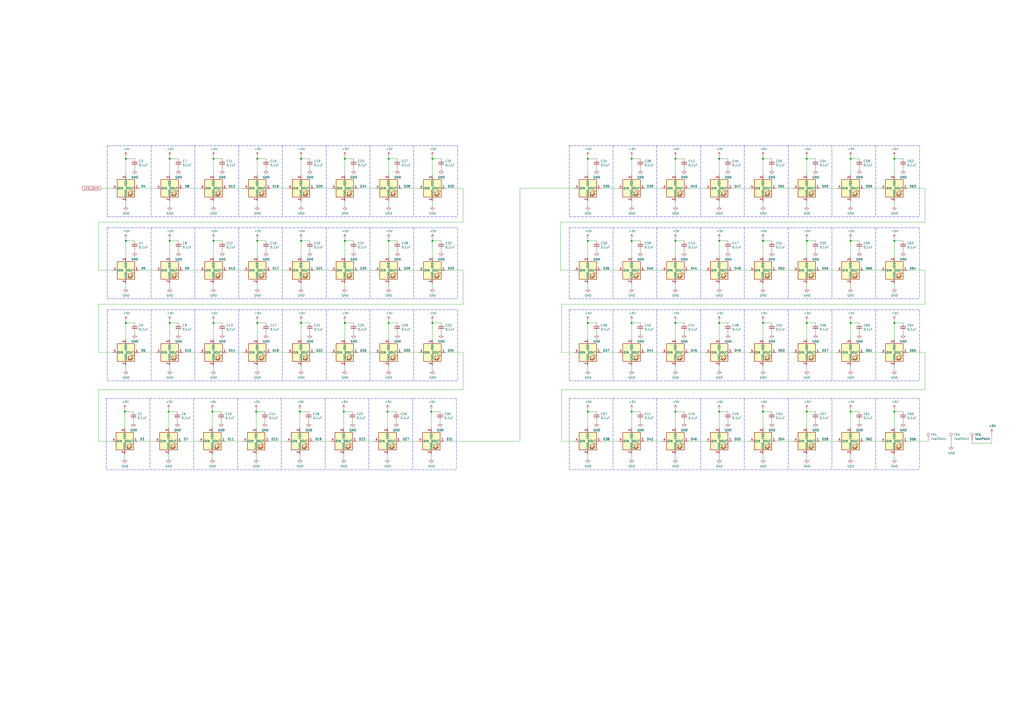
<source format=kicad_sch>
(kicad_sch (version 20231120) (generator "eeschema") (generator_version "8.0")
  (paper "A2")
  (title_block (date "2024-10-10"))
  (junction (at 250.825 139.7))
  (junction (at 366.395 238.76))
  (junction (at 340.995 187.325))
  (junction (at 225.425 187.325))
  (junction (at 417.195 238.76))
  (junction (at 200.025 92.075))
  (junction (at 518.795 187.325))
  (junction (at 366.395 187.325))
  (junction (at 224.79 238.76))
  (junction (at 467.995 238.76))
  (junction (at 123.19 238.76))
  (junction (at 250.825 92.075))
  (junction (at 340.995 92.075))
  (junction (at 174.625 187.325))
  (junction (at 200.025 139.7))
  (junction (at 442.595 139.7))
  (junction (at 340.995 139.7))
  (junction (at 174.625 92.075))
  (junction (at 149.225 187.325))
  (junction (at 72.39 238.76))
  (junction (at 98.425 187.325))
  (junction (at 98.425 139.7))
  (junction (at 493.395 139.7))
  (junction (at 467.995 92.075))
  (junction (at 417.195 139.7))
  (junction (at 340.995 238.76))
  (junction (at 98.425 92.075))
  (junction (at 442.595 92.075))
  (junction (at 123.825 92.075))
  (junction (at 73.025 92.075))
  (junction (at 174.625 139.7))
  (junction (at 250.825 187.325))
  (junction (at 442.595 187.325))
  (junction (at 250.19 238.76))
  (junction (at 391.795 187.325))
  (junction (at 467.995 139.7))
  (junction (at 123.825 139.7))
  (junction (at 123.825 187.325))
  (junction (at 366.395 139.7))
  (junction (at 199.39 238.76))
  (junction (at 366.395 92.075))
  (junction (at 225.425 92.075))
  (junction (at 518.795 238.76))
  (junction (at 149.225 139.7))
  (junction (at 225.425 139.7))
  (junction (at 391.795 92.075))
  (junction (at 391.795 139.7))
  (junction (at 149.225 92.075))
  (junction (at 518.795 139.7))
  (junction (at 148.59 238.76))
  (junction (at 493.395 187.325))
  (junction (at 173.99 238.76))
  (junction (at 73.025 187.325))
  (junction (at 97.79 238.76))
  (junction (at 200.025 187.325))
  (junction (at 518.795 92.075))
  (junction (at 391.795 238.76))
  (junction (at 73.025 139.7))
  (junction (at 417.195 187.325))
  (junction (at 417.195 92.075))
  (junction (at 493.395 92.075))
  (junction (at 467.995 187.325))
  (junction (at 442.595 238.76))
  (junction (at 493.395 238.76))
  (wire (pts (xy 103.505 187.325) (xy 98.425 187.325)))
  (wire (pts (xy 200.025 212.09) (xy 200.025 214.63)))
  (wire (pts (xy 80.645 204.47) (xy 90.805 204.47)))
  (wire (pts (xy 103.505 192.405) (xy 103.505 193.675)))
  (wire (pts (xy 391.795 263.525) (xy 391.795 266.065)))
  (wire (pts (xy 396.875 139.7) (xy 391.795 139.7)))
  (wire (pts (xy 538.48 255.905) (xy 538.48 255.27)))
  (wire (pts (xy 200.025 164.465) (xy 200.025 167.005)))
  (wire (pts (xy 467.995 90.805) (xy 467.995 92.075)))
  (wire (pts (xy 493.395 90.805) (xy 493.395 92.075)))
  (wire (pts (xy 422.275 139.7) (xy 417.195 139.7)))
  (polyline (pts (xy 163.83 132.08) (xy 163.83 173.355)) (stroke (width 0) (type dash)))
  (wire (pts (xy 123.825 139.7) (xy 123.825 149.225)))
  (wire (pts (xy 174.625 138.43) (xy 174.625 139.7)))
  (wire (pts (xy 473.075 92.075) (xy 467.995 92.075)))
  (wire (pts (xy 442.595 186.055) (xy 442.595 187.325)))
  (polyline (pts (xy 355.6 179.705) (xy 355.6 220.98)) (stroke (width 0) (type dash)))
  (polyline (pts (xy 431.8 84.455) (xy 431.8 125.73)) (stroke (width 0) (type dash)))
  (wire (pts (xy 340.995 139.7) (xy 340.995 149.225)))
  (wire (pts (xy 442.595 164.465) (xy 442.595 167.005)))
  (wire (pts (xy 268.605 176.53) (xy 57.15 176.53)))
  (polyline (pts (xy 265.43 179.705) (xy 265.43 220.98)) (stroke (width 0) (type dash)))
  (wire (pts (xy 442.595 187.325) (xy 442.595 196.85)))
  (wire (pts (xy 102.87 238.76) (xy 97.79 238.76)))
  (wire (pts (xy 149.225 212.09) (xy 149.225 214.63)))
  (wire (pts (xy 493.395 116.84) (xy 493.395 119.38)))
  (wire (pts (xy 417.195 90.805) (xy 417.195 92.075)))
  (wire (pts (xy 417.195 138.43) (xy 417.195 139.7)))
  (polyline (pts (xy 330.2 231.14) (xy 330.2 272.415)) (stroke (width 0) (type dash)))
  (wire (pts (xy 348.615 204.47) (xy 358.775 204.47)))
  (wire (pts (xy 123.825 212.09) (xy 123.825 214.63)))
  (wire (pts (xy 205.105 187.325) (xy 200.025 187.325)))
  (polyline (pts (xy 533.4 179.705) (xy 533.4 220.98)) (stroke (width 0) (type dash)))
  (polyline (pts (xy 482.6 132.08) (xy 482.6 173.355)) (stroke (width 0) (type dash)))
  (wire (pts (xy 153.67 243.84) (xy 153.67 245.11)))
  (wire (pts (xy 78.105 92.075) (xy 73.025 92.075)))
  (wire (pts (xy 551.815 255.27) (xy 551.815 258.445)))
  (wire (pts (xy 523.875 238.76) (xy 518.795 238.76)))
  (wire (pts (xy 346.075 187.325) (xy 340.995 187.325)))
  (wire (pts (xy 417.195 187.325) (xy 417.195 196.85)))
  (wire (pts (xy 493.395 138.43) (xy 493.395 139.7)))
  (wire (pts (xy 374.015 255.905) (xy 384.175 255.905)))
  (wire (pts (xy 173.99 237.49) (xy 173.99 238.76)))
  (wire (pts (xy 98.425 116.84) (xy 98.425 119.38)))
  (wire (pts (xy 250.19 238.76) (xy 250.19 248.285)))
  (wire (pts (xy 346.075 92.075) (xy 340.995 92.075)))
  (polyline (pts (xy 62.23 125.73) (xy 265.43 125.73)) (stroke (width 0) (type dash)))
  (wire (pts (xy 442.595 92.075) (xy 442.595 101.6)))
  (wire (pts (xy 268.605 226.06) (xy 57.15 226.06)))
  (wire (pts (xy 250.825 164.465) (xy 250.825 167.005)))
  (wire (pts (xy 536.575 226.06) (xy 325.755 226.06)))
  (polyline (pts (xy 113.03 179.705) (xy 113.03 220.98)) (stroke (width 0) (type dash)))
  (wire (pts (xy 447.675 97.155) (xy 447.675 98.425)))
  (wire (pts (xy 442.595 138.43) (xy 442.595 139.7)))
  (wire (pts (xy 391.795 90.805) (xy 391.795 92.075)))
  (wire (pts (xy 325.12 128.905) (xy 325.12 156.845)))
  (wire (pts (xy 106.045 204.47) (xy 116.205 204.47)))
  (wire (pts (xy 255.905 187.325) (xy 250.825 187.325)))
  (wire (pts (xy 348.615 109.22) (xy 358.775 109.22)))
  (wire (pts (xy 156.845 204.47) (xy 167.005 204.47)))
  (wire (pts (xy 467.995 186.055) (xy 467.995 187.325)))
  (wire (pts (xy 225.425 187.325) (xy 225.425 196.85)))
  (wire (pts (xy 182.245 204.47) (xy 192.405 204.47)))
  (polyline (pts (xy 381 231.14) (xy 381 272.415)) (stroke (width 0) (type dash)))
  (polyline (pts (xy 406.4 231.14) (xy 406.4 272.415)) (stroke (width 0) (type dash)))
  (wire (pts (xy 154.305 92.075) (xy 149.225 92.075)))
  (wire (pts (xy 179.705 92.075) (xy 174.625 92.075)))
  (wire (pts (xy 149.225 139.7) (xy 149.225 149.225)))
  (polyline (pts (xy 265.43 132.08) (xy 265.43 173.355)) (stroke (width 0) (type dash)))
  (wire (pts (xy 130.81 255.905) (xy 140.97 255.905)))
  (polyline (pts (xy 62.23 173.355) (xy 265.43 173.355)) (stroke (width 0) (type dash)))
  (wire (pts (xy 399.415 156.845) (xy 409.575 156.845)))
  (wire (pts (xy 518.795 138.43) (xy 518.795 139.7)))
  (wire (pts (xy 123.19 238.76) (xy 123.19 248.285)))
  (polyline (pts (xy 112.395 231.14) (xy 112.395 272.415)) (stroke (width 0) (type dash)))
  (wire (pts (xy 396.875 238.76) (xy 391.795 238.76)))
  (polyline (pts (xy 431.8 179.705) (xy 431.8 220.98)) (stroke (width 0) (type dash)))
  (polyline (pts (xy 239.395 231.14) (xy 239.395 272.415)) (stroke (width 0) (type dash)))
  (wire (pts (xy 473.075 192.405) (xy 473.075 193.675)))
  (polyline (pts (xy 61.595 272.415) (xy 264.795 272.415)) (stroke (width 0) (type dash)))
  (wire (pts (xy 80.01 255.905) (xy 90.17 255.905)))
  (polyline (pts (xy 330.2 132.08) (xy 330.2 173.355)) (stroke (width 0) (type dash)))
  (wire (pts (xy 396.875 243.84) (xy 396.875 245.11)))
  (wire (pts (xy 250.19 263.525) (xy 250.19 266.065)))
  (wire (pts (xy 340.995 90.805) (xy 340.995 92.075)))
  (polyline (pts (xy 113.03 84.455) (xy 113.03 125.73)) (stroke (width 0) (type dash)))
  (wire (pts (xy 417.195 92.075) (xy 417.195 101.6)))
  (wire (pts (xy 518.795 237.49) (xy 518.795 238.76)))
  (wire (pts (xy 498.475 97.155) (xy 498.475 98.425)))
  (wire (pts (xy 417.195 238.76) (xy 417.195 248.285)))
  (polyline (pts (xy 62.23 84.455) (xy 265.43 84.455)) (stroke (width 0) (type dash)))
  (polyline (pts (xy 61.595 231.14) (xy 61.595 272.415)) (stroke (width 0) (type dash)))
  (wire (pts (xy 526.415 204.47) (xy 536.575 204.47)))
  (wire (pts (xy 149.225 90.805) (xy 149.225 92.075)))
  (wire (pts (xy 536.575 204.47) (xy 536.575 226.06)))
  (wire (pts (xy 148.59 263.525) (xy 148.59 266.065)))
  (wire (pts (xy 523.875 192.405) (xy 523.875 193.675)))
  (wire (pts (xy 467.995 164.465) (xy 467.995 167.005)))
  (wire (pts (xy 78.105 144.78) (xy 78.105 146.05)))
  (wire (pts (xy 229.87 238.76) (xy 224.79 238.76)))
  (wire (pts (xy 57.15 226.06) (xy 57.15 255.905)))
  (wire (pts (xy 57.15 156.845) (xy 65.405 156.845)))
  (polyline (pts (xy 355.6 84.455) (xy 355.6 125.73)) (stroke (width 0) (type dash)))
  (wire (pts (xy 174.625 116.84) (xy 174.625 119.38)))
  (wire (pts (xy 518.795 263.525) (xy 518.795 266.065)))
  (wire (pts (xy 174.625 186.055) (xy 174.625 187.325)))
  (wire (pts (xy 78.105 192.405) (xy 78.105 193.675)))
  (wire (pts (xy 148.59 237.49) (xy 148.59 238.76)))
  (polyline (pts (xy 62.23 220.98) (xy 265.43 220.98)) (stroke (width 0) (type dash)))
  (wire (pts (xy 149.225 164.465) (xy 149.225 167.005)))
  (polyline (pts (xy 214.63 132.08) (xy 214.63 173.355)) (stroke (width 0) (type dash)))
  (wire (pts (xy 200.025 92.075) (xy 200.025 101.6)))
  (wire (pts (xy 366.395 238.76) (xy 366.395 248.285)))
  (wire (pts (xy 447.675 243.84) (xy 447.675 245.11)))
  (wire (pts (xy 258.445 109.22) (xy 268.605 109.22)))
  (wire (pts (xy 204.47 243.84) (xy 204.47 245.11)))
  (wire (pts (xy 77.47 243.84) (xy 77.47 245.11)))
  (wire (pts (xy 73.025 139.7) (xy 73.025 149.225)))
  (wire (pts (xy 174.625 164.465) (xy 174.625 167.005)))
  (wire (pts (xy 518.795 92.075) (xy 518.795 101.6)))
  (wire (pts (xy 396.875 187.325) (xy 391.795 187.325)))
  (wire (pts (xy 128.27 238.76) (xy 123.19 238.76)))
  (wire (pts (xy 204.47 238.76) (xy 199.39 238.76)))
  (polyline (pts (xy 189.23 132.08) (xy 189.23 173.355)) (stroke (width 0) (type dash)))
  (wire (pts (xy 205.105 139.7) (xy 200.025 139.7)))
  (wire (pts (xy 391.795 138.43) (xy 391.795 139.7)))
  (wire (pts (xy 103.505 92.075) (xy 98.425 92.075)))
  (wire (pts (xy 98.425 164.465) (xy 98.425 167.005)))
  (wire (pts (xy 73.025 90.805) (xy 73.025 92.075)))
  (wire (pts (xy 123.825 92.075) (xy 123.825 101.6)))
  (wire (pts (xy 73.025 116.84) (xy 73.025 119.38)))
  (wire (pts (xy 232.41 255.905) (xy 242.57 255.905)))
  (wire (pts (xy 442.595 90.805) (xy 442.595 92.075)))
  (polyline (pts (xy 214.63 84.455) (xy 214.63 125.73)) (stroke (width 0) (type dash)))
  (wire (pts (xy 493.395 186.055) (xy 493.395 187.325)))
  (wire (pts (xy 230.505 97.155) (xy 230.505 98.425)))
  (wire (pts (xy 501.015 255.905) (xy 511.175 255.905)))
  (wire (pts (xy 325.755 255.905) (xy 333.375 255.905)))
  (wire (pts (xy 493.395 139.7) (xy 493.395 149.225)))
  (polyline (pts (xy 482.6 231.14) (xy 482.6 272.415)) (stroke (width 0) (type dash)))
  (wire (pts (xy 179.705 97.155) (xy 179.705 98.425)))
  (wire (pts (xy 518.795 212.09) (xy 518.795 214.63)))
  (wire (pts (xy 399.415 204.47) (xy 409.575 204.47)))
  (wire (pts (xy 250.825 92.075) (xy 250.825 101.6)))
  (wire (pts (xy 102.87 243.84) (xy 102.87 245.11)))
  (wire (pts (xy 103.505 97.155) (xy 103.505 98.425)))
  (wire (pts (xy 536.575 128.905) (xy 325.12 128.905)))
  (wire (pts (xy 179.705 187.325) (xy 174.625 187.325)))
  (wire (pts (xy 174.625 212.09) (xy 174.625 214.63)))
  (wire (pts (xy 103.505 139.7) (xy 98.425 139.7)))
  (polyline (pts (xy 62.23 179.705) (xy 62.23 220.98)) (stroke (width 0) (type dash)))
  (wire (pts (xy 340.995 237.49) (xy 340.995 238.76)))
  (wire (pts (xy 182.245 156.845) (xy 192.405 156.845)))
  (wire (pts (xy 475.615 109.22) (xy 485.775 109.22)))
  (wire (pts (xy 154.305 187.325) (xy 149.225 187.325)))
  (wire (pts (xy 424.815 255.905) (xy 434.975 255.905)))
  (wire (pts (xy 371.475 187.325) (xy 366.395 187.325)))
  (wire (pts (xy 493.395 187.325) (xy 493.395 196.85)))
  (wire (pts (xy 179.705 144.78) (xy 179.705 146.05)))
  (wire (pts (xy 371.475 243.84) (xy 371.475 245.11)))
  (wire (pts (xy 250.825 187.325) (xy 250.825 196.85)))
  (wire (pts (xy 371.475 92.075) (xy 366.395 92.075)))
  (wire (pts (xy 493.395 263.525) (xy 493.395 266.065)))
  (polyline (pts (xy 533.4 231.14) (xy 533.4 272.415)) (stroke (width 0) (type dash)))
  (wire (pts (xy 518.795 116.84) (xy 518.795 119.38)))
  (wire (pts (xy 149.225 186.055) (xy 149.225 187.325)))
  (wire (pts (xy 250.825 90.805) (xy 250.825 92.075)))
  (wire (pts (xy 233.045 204.47) (xy 243.205 204.47)))
  (wire (pts (xy 523.875 144.78) (xy 523.875 146.05)))
  (wire (pts (xy 366.395 187.325) (xy 366.395 196.85)))
  (wire (pts (xy 467.995 263.525) (xy 467.995 266.065)))
  (wire (pts (xy 200.025 139.7) (xy 200.025 149.225)))
  (wire (pts (xy 225.425 138.43) (xy 225.425 139.7)))
  (wire (pts (xy 536.575 156.845) (xy 536.575 176.53)))
  (polyline (pts (xy 508 231.14) (xy 508 272.415)) (stroke (width 0) (type dash)))
  (wire (pts (xy 536.575 109.22) (xy 536.575 128.905)))
  (wire (pts (xy 371.475 139.7) (xy 366.395 139.7)))
  (wire (pts (xy 391.795 212.09) (xy 391.795 214.63)))
  (wire (pts (xy 473.075 144.78) (xy 473.075 146.05)))
  (wire (pts (xy 154.305 139.7) (xy 149.225 139.7)))
  (wire (pts (xy 417.195 263.525) (xy 417.195 266.065)))
  (wire (pts (xy 199.39 237.49) (xy 199.39 238.76)))
  (wire (pts (xy 325.755 204.47) (xy 333.375 204.47)))
  (wire (pts (xy 391.795 187.325) (xy 391.795 196.85)))
  (wire (pts (xy 98.425 212.09) (xy 98.425 214.63)))
  (wire (pts (xy 475.615 255.905) (xy 485.775 255.905)))
  (wire (pts (xy 106.045 109.22) (xy 116.205 109.22)))
  (wire (pts (xy 225.425 90.805) (xy 225.425 92.075)))
  (wire (pts (xy 501.015 109.22) (xy 511.175 109.22)))
  (wire (pts (xy 255.905 97.155) (xy 255.905 98.425)))
  (wire (pts (xy 366.395 212.09) (xy 366.395 214.63)))
  (polyline (pts (xy 240.03 179.705) (xy 240.03 220.98)) (stroke (width 0) (type dash)))
  (wire (pts (xy 255.905 139.7) (xy 250.825 139.7)))
  (polyline (pts (xy 163.83 84.455) (xy 163.83 125.73)) (stroke (width 0) (type dash)))
  (wire (pts (xy 467.995 237.49) (xy 467.995 238.76)))
  (wire (pts (xy 156.845 156.845) (xy 167.005 156.845)))
  (wire (pts (xy 200.025 186.055) (xy 200.025 187.325)))
  (polyline (pts (xy 189.23 84.455) (xy 189.23 125.73)) (stroke (width 0) (type dash)))
  (polyline (pts (xy 508 84.455) (xy 508 125.73)) (stroke (width 0) (type dash)))
  (wire (pts (xy 153.67 238.76) (xy 148.59 238.76)))
  (wire (pts (xy 422.275 238.76) (xy 417.195 238.76)))
  (wire (pts (xy 346.075 243.84) (xy 346.075 245.11)))
  (wire (pts (xy 128.905 92.075) (xy 123.825 92.075)))
  (wire (pts (xy 391.795 92.075) (xy 391.795 101.6)))
  (wire (pts (xy 417.195 116.84) (xy 417.195 119.38)))
  (wire (pts (xy 498.475 243.84) (xy 498.475 245.11)))
  (wire (pts (xy 207.01 255.905) (xy 217.17 255.905)))
  (wire (pts (xy 72.39 237.49) (xy 72.39 238.76)))
  (wire (pts (xy 73.025 212.09) (xy 73.025 214.63)))
  (wire (pts (xy 57.15 204.47) (xy 65.405 204.47)))
  (wire (pts (xy 325.755 226.06) (xy 325.755 255.905)))
  (wire (pts (xy 523.875 92.075) (xy 518.795 92.075)))
  (wire (pts (xy 399.415 109.22) (xy 409.575 109.22)))
  (wire (pts (xy 366.395 116.84) (xy 366.395 119.38)))
  (wire (pts (xy 73.025 92.075) (xy 73.025 101.6)))
  (wire (pts (xy 105.41 255.905) (xy 115.57 255.905)))
  (wire (pts (xy 518.795 186.055) (xy 518.795 187.325)))
  (wire (pts (xy 174.625 139.7) (xy 174.625 149.225)))
  (polyline (pts (xy 240.03 84.455) (xy 240.03 125.73)) (stroke (width 0) (type dash)))
  (wire (pts (xy 348.615 156.845) (xy 358.775 156.845)))
  (polyline (pts (xy 431.8 231.14) (xy 431.8 272.415)) (stroke (width 0) (type dash)))
  (wire (pts (xy 563.88 255.27) (xy 563.88 257.175)))
  (polyline (pts (xy 213.995 231.14) (xy 213.995 272.415)) (stroke (width 0) (type dash)))
  (wire (pts (xy 473.075 139.7) (xy 467.995 139.7)))
  (wire (pts (xy 230.505 92.075) (xy 225.425 92.075)))
  (wire (pts (xy 199.39 238.76) (xy 199.39 248.285)))
  (polyline (pts (xy 457.2 179.705) (xy 457.2 220.98)) (stroke (width 0) (type dash)))
  (wire (pts (xy 98.425 138.43) (xy 98.425 139.7)))
  (wire (pts (xy 72.39 263.525) (xy 72.39 266.065)))
  (wire (pts (xy 156.21 255.905) (xy 166.37 255.905)))
  (wire (pts (xy 233.045 109.22) (xy 243.205 109.22)))
  (wire (pts (xy 128.905 187.325) (xy 123.825 187.325)))
  (wire (pts (xy 526.415 156.845) (xy 536.575 156.845)))
  (wire (pts (xy 371.475 144.78) (xy 371.475 146.05)))
  (wire (pts (xy 156.845 109.22) (xy 167.005 109.22)))
  (wire (pts (xy 391.795 237.49) (xy 391.795 238.76)))
  (wire (pts (xy 123.19 237.49) (xy 123.19 238.76)))
  (wire (pts (xy 123.825 116.84) (xy 123.825 119.38)))
  (polyline (pts (xy 457.2 132.08) (xy 457.2 173.355)) (stroke (width 0) (type dash)))
  (wire (pts (xy 371.475 238.76) (xy 366.395 238.76)))
  (wire (pts (xy 224.79 238.76) (xy 224.79 248.285)))
  (wire (pts (xy 467.995 116.84) (xy 467.995 119.38)))
  (polyline (pts (xy 355.6 132.08) (xy 355.6 173.355)) (stroke (width 0) (type dash)))
  (wire (pts (xy 442.595 263.525) (xy 442.595 266.065)))
  (wire (pts (xy 205.105 92.075) (xy 200.025 92.075)))
  (wire (pts (xy 396.875 92.075) (xy 391.795 92.075)))
  (wire (pts (xy 366.395 92.075) (xy 366.395 101.6)))
  (polyline (pts (xy 406.4 179.705) (xy 406.4 220.98)) (stroke (width 0) (type dash)))
  (wire (pts (xy 225.425 186.055) (xy 225.425 187.325)))
  (wire (pts (xy 391.795 164.465) (xy 391.795 167.005)))
  (wire (pts (xy 498.475 187.325) (xy 493.395 187.325)))
  (wire (pts (xy 473.075 97.155) (xy 473.075 98.425)))
  (wire (pts (xy 72.39 238.76) (xy 72.39 248.285)))
  (polyline (pts (xy 264.795 231.14) (xy 264.795 272.415)) (stroke (width 0) (type dash)))
  (wire (pts (xy 179.705 139.7) (xy 174.625 139.7)))
  (wire (pts (xy 518.795 139.7) (xy 518.795 149.225)))
  (wire (pts (xy 493.395 237.49) (xy 493.395 238.76)))
  (wire (pts (xy 207.645 156.845) (xy 217.805 156.845)))
  (wire (pts (xy 348.615 255.905) (xy 358.775 255.905)))
  (wire (pts (xy 374.015 109.22) (xy 384.175 109.22)))
  (wire (pts (xy 250.825 186.055) (xy 250.825 187.325)))
  (wire (pts (xy 366.395 138.43) (xy 366.395 139.7)))
  (wire (pts (xy 98.425 90.805) (xy 98.425 92.075)))
  (wire (pts (xy 154.305 144.78) (xy 154.305 146.05)))
  (wire (pts (xy 467.995 139.7) (xy 467.995 149.225)))
  (wire (pts (xy 467.995 187.325) (xy 467.995 196.85)))
  (polyline (pts (xy 508 179.705) (xy 508 220.98)) (stroke (width 0) (type dash)))
  (wire (pts (xy 78.105 187.325) (xy 73.025 187.325)))
  (wire (pts (xy 224.79 263.525) (xy 224.79 266.065)))
  (polyline (pts (xy 330.2 272.415) (xy 533.4 272.415)) (stroke (width 0) (type dash)))
  (wire (pts (xy 154.305 192.405) (xy 154.305 193.675)))
  (wire (pts (xy 225.425 139.7) (xy 225.425 149.225)))
  (polyline (pts (xy 330.2 132.08) (xy 533.4 132.08)) (stroke (width 0) (type dash)))
  (wire (pts (xy 442.595 238.76) (xy 442.595 248.285)))
  (wire (pts (xy 442.595 116.84) (xy 442.595 119.38)))
  (wire (pts (xy 77.47 238.76) (xy 72.39 238.76)))
  (wire (pts (xy 325.755 176.53) (xy 325.755 204.47)))
  (wire (pts (xy 518.795 238.76) (xy 518.795 248.285)))
  (wire (pts (xy 340.995 116.84) (xy 340.995 119.38)))
  (wire (pts (xy 498.475 144.78) (xy 498.475 146.05)))
  (wire (pts (xy 73.025 138.43) (xy 73.025 139.7)))
  (polyline (pts (xy 355.6 231.14) (xy 355.6 272.415)) (stroke (width 0) (type dash)))
  (wire (pts (xy 97.79 238.76) (xy 97.79 248.285)))
  (wire (pts (xy 417.195 139.7) (xy 417.195 149.225)))
  (polyline (pts (xy 431.8 132.08) (xy 431.8 173.355)) (stroke (width 0) (type dash)))
  (wire (pts (xy 268.605 204.47) (xy 268.605 226.06)))
  (wire (pts (xy 98.425 139.7) (xy 98.425 149.225)))
  (wire (pts (xy 257.81 255.905) (xy 301.625 255.905)))
  (polyline (pts (xy 482.6 84.455) (xy 482.6 125.73)) (stroke (width 0) (type dash)))
  (wire (pts (xy 523.875 97.155) (xy 523.875 98.425)))
  (polyline (pts (xy 457.2 84.455) (xy 457.2 125.73)) (stroke (width 0) (type dash)))
  (wire (pts (xy 424.815 204.47) (xy 434.975 204.47)))
  (wire (pts (xy 131.445 109.22) (xy 141.605 109.22)))
  (wire (pts (xy 57.15 128.905) (xy 57.15 156.845)))
  (wire (pts (xy 473.075 238.76) (xy 467.995 238.76)))
  (wire (pts (xy 200.025 187.325) (xy 200.025 196.85)))
  (wire (pts (xy 325.12 156.845) (xy 333.375 156.845)))
  (wire (pts (xy 473.075 187.325) (xy 467.995 187.325)))
  (wire (pts (xy 447.675 238.76) (xy 442.595 238.76)))
  (polyline (pts (xy 87.63 179.705) (xy 87.63 220.98)) (stroke (width 0) (type dash)))
  (wire (pts (xy 200.025 138.43) (xy 200.025 139.7)))
  (wire (pts (xy 422.275 97.155) (xy 422.275 98.425)))
  (polyline (pts (xy 330.2 179.705) (xy 330.2 220.98)) (stroke (width 0) (type dash)))
  (wire (pts (xy 518.795 90.805) (xy 518.795 92.075)))
  (polyline (pts (xy 138.43 132.08) (xy 138.43 173.355)) (stroke (width 0) (type dash)))
  (wire (pts (xy 98.425 186.055) (xy 98.425 187.325)))
  (wire (pts (xy 422.275 243.84) (xy 422.275 245.11)))
  (polyline (pts (xy 189.23 179.705) (xy 189.23 220.98)) (stroke (width 0) (type dash)))
  (wire (pts (xy 205.105 192.405) (xy 205.105 193.675)))
  (wire (pts (xy 399.415 255.905) (xy 409.575 255.905)))
  (wire (pts (xy 182.245 109.22) (xy 192.405 109.22)))
  (wire (pts (xy 179.07 238.76) (xy 173.99 238.76)))
  (wire (pts (xy 450.215 204.47) (xy 460.375 204.47)))
  (wire (pts (xy 123.825 186.055) (xy 123.825 187.325)))
  (wire (pts (xy 230.505 192.405) (xy 230.505 193.675)))
  (wire (pts (xy 450.215 109.22) (xy 460.375 109.22)))
  (wire (pts (xy 225.425 164.465) (xy 225.425 167.005)))
  (wire (pts (xy 73.025 187.325) (xy 73.025 196.85)))
  (wire (pts (xy 526.415 109.22) (xy 536.575 109.22)))
  (polyline (pts (xy 138.43 84.455) (xy 138.43 125.73)) (stroke (width 0) (type dash)))
  (wire (pts (xy 396.875 144.78) (xy 396.875 146.05)))
  (wire (pts (xy 340.995 164.465) (xy 340.995 167.005)))
  (wire (pts (xy 417.195 164.465) (xy 417.195 167.005)))
  (wire (pts (xy 493.395 92.075) (xy 493.395 101.6)))
  (polyline (pts (xy 482.6 179.705) (xy 482.6 220.98)) (stroke (width 0) (type dash)))
  (polyline (pts (xy 330.2 231.14) (xy 533.4 231.14)) (stroke (width 0) (type dash)))
  (wire (pts (xy 128.905 97.155) (xy 128.905 98.425)))
  (wire (pts (xy 59.055 109.22) (xy 65.405 109.22)))
  (wire (pts (xy 417.195 212.09) (xy 417.195 214.63)))
  (wire (pts (xy 250.825 116.84) (xy 250.825 119.38)))
  (wire (pts (xy 128.27 243.84) (xy 128.27 245.11)))
  (wire (pts (xy 340.995 238.76) (xy 340.995 248.285)))
  (wire (pts (xy 467.995 92.075) (xy 467.995 101.6)))
  (polyline (pts (xy 113.03 132.08) (xy 113.03 173.355)) (stroke (width 0) (type dash)))
  (wire (pts (xy 57.15 176.53) (xy 57.15 204.47)))
  (wire (pts (xy 174.625 187.325) (xy 174.625 196.85)))
  (polyline (pts (xy 137.795 231.14) (xy 137.795 272.415)) (stroke (width 0) (type dash)))
  (wire (pts (xy 498.475 139.7) (xy 493.395 139.7)))
  (polyline (pts (xy 240.03 132.08) (xy 240.03 173.355)) (stroke (width 0) (type dash)))
  (wire (pts (xy 258.445 204.47) (xy 268.605 204.47)))
  (wire (pts (xy 366.395 90.805) (xy 366.395 92.075)))
  (wire (pts (xy 346.075 238.76) (xy 340.995 238.76)))
  (polyline (pts (xy 330.2 173.355) (xy 533.4 173.355)) (stroke (width 0) (type dash)))
  (polyline (pts (xy 163.195 231.14) (xy 163.195 272.415)) (stroke (width 0) (type dash)))
  (polyline (pts (xy 406.4 84.455) (xy 406.4 125.73)) (stroke (width 0) (type dash)))
  (wire (pts (xy 225.425 212.09) (xy 225.425 214.63)))
  (wire (pts (xy 467.995 138.43) (xy 467.995 139.7)))
  (wire (pts (xy 250.19 237.49) (xy 250.19 238.76)))
  (polyline (pts (xy 330.2 84.455) (xy 330.2 125.73)) (stroke (width 0) (type dash)))
  (wire (pts (xy 123.825 138.43) (xy 123.825 139.7)))
  (polyline (pts (xy 87.63 84.455) (xy 87.63 125.73)) (stroke (width 0) (type dash)))
  (wire (pts (xy 233.045 156.845) (xy 243.205 156.845)))
  (wire (pts (xy 447.675 92.075) (xy 442.595 92.075)))
  (wire (pts (xy 536.575 176.53) (xy 325.755 176.53)))
  (wire (pts (xy 78.105 139.7) (xy 73.025 139.7)))
  (wire (pts (xy 149.225 116.84) (xy 149.225 119.38)))
  (wire (pts (xy 493.395 238.76) (xy 493.395 248.285)))
  (wire (pts (xy 422.275 187.325) (xy 417.195 187.325)))
  (wire (pts (xy 340.995 187.325) (xy 340.995 196.85)))
  (polyline (pts (xy 406.4 132.08) (xy 406.4 173.355)) (stroke (width 0) (type dash)))
  (wire (pts (xy 526.415 255.905) (xy 538.48 255.905)))
  (wire (pts (xy 467.995 238.76) (xy 467.995 248.285)))
  (wire (pts (xy 230.505 144.78) (xy 230.505 146.05)))
  (wire (pts (xy 97.79 263.525) (xy 97.79 266.065)))
  (wire (pts (xy 366.395 263.525) (xy 366.395 266.065)))
  (wire (pts (xy 450.215 156.845) (xy 460.375 156.845)))
  (wire (pts (xy 371.475 192.405) (xy 371.475 193.675)))
  (wire (pts (xy 207.645 204.47) (xy 217.805 204.47)))
  (wire (pts (xy 268.605 128.905) (xy 57.15 128.905)))
  (wire (pts (xy 442.595 139.7) (xy 442.595 149.225)))
  (wire (pts (xy 258.445 156.845) (xy 268.605 156.845)))
  (wire (pts (xy 80.645 109.22) (xy 90.805 109.22)))
  (wire (pts (xy 523.875 187.325) (xy 518.795 187.325)))
  (wire (pts (xy 123.825 187.325) (xy 123.825 196.85)))
  (wire (pts (xy 123.825 164.465) (xy 123.825 167.005)))
  (wire (pts (xy 391.795 238.76) (xy 391.795 248.285)))
  (wire (pts (xy 417.195 237.49) (xy 417.195 238.76)))
  (wire (pts (xy 199.39 263.525) (xy 199.39 266.065)))
  (wire (pts (xy 498.475 92.075) (xy 493.395 92.075)))
  (polyline (pts (xy 62.23 84.455) (xy 62.23 125.73)) (stroke (width 0) (type dash)))
  (wire (pts (xy 422.275 192.405) (xy 422.275 193.675)))
  (polyline (pts (xy 533.4 132.08) (xy 533.4 173.355)) (stroke (width 0) (type dash)))
  (wire (pts (xy 181.61 255.905) (xy 191.77 255.905)))
  (wire (pts (xy 250.825 212.09) (xy 250.825 214.63)))
  (wire (pts (xy 148.59 238.76) (xy 148.59 248.285)))
  (polyline (pts (xy 163.83 179.705) (xy 163.83 220.98)) (stroke (width 0) (type dash)))
  (wire (pts (xy 340.995 92.075) (xy 340.995 101.6)))
  (wire (pts (xy 493.395 212.09) (xy 493.395 214.63)))
  (polyline (pts (xy 87.63 132.08) (xy 87.63 173.355)) (stroke (width 0) (type dash)))
  (wire (pts (xy 207.645 109.22) (xy 217.805 109.22)))
  (wire (pts (xy 346.075 139.7) (xy 340.995 139.7)))
  (wire (pts (xy 128.905 192.405) (xy 128.905 193.675)))
  (wire (pts (xy 230.505 139.7) (xy 225.425 139.7)))
  (polyline (pts (xy 330.2 84.455) (xy 533.4 84.455)) (stroke (width 0) (type dash)))
  (wire (pts (xy 97.79 237.49) (xy 97.79 238.76)))
  (wire (pts (xy 518.795 164.465) (xy 518.795 167.005)))
  (wire (pts (xy 366.395 164.465) (xy 366.395 167.005)))
  (wire (pts (xy 154.305 97.155) (xy 154.305 98.425)))
  (polyline (pts (xy 330.2 220.98) (xy 533.4 220.98)) (stroke (width 0) (type dash)))
  (wire (pts (xy 301.625 109.22) (xy 333.375 109.22)))
  (wire (pts (xy 442.595 212.09) (xy 442.595 214.63)))
  (wire (pts (xy 98.425 92.075) (xy 98.425 101.6)))
  (polyline (pts (xy 86.995 231.14) (xy 86.995 272.415)) (stroke (width 0) (type dash)))
  (wire (pts (xy 57.15 255.905) (xy 64.77 255.905)))
  (wire (pts (xy 366.395 186.055) (xy 366.395 187.325)))
  (polyline (pts (xy 381 132.08) (xy 381 173.355)) (stroke (width 0) (type dash)))
  (wire (pts (xy 346.075 192.405) (xy 346.075 193.675)))
  (wire (pts (xy 391.795 186.055) (xy 391.795 187.325)))
  (wire (pts (xy 123.19 263.525) (xy 123.19 266.065)))
  (wire (pts (xy 200.025 116.84) (xy 200.025 119.38)))
  (wire (pts (xy 250.825 139.7) (xy 250.825 149.225)))
  (wire (pts (xy 374.015 156.845) (xy 384.175 156.845)))
  (wire (pts (xy 374.015 204.47) (xy 384.175 204.47)))
  (wire (pts (xy 301.625 255.905) (xy 301.625 109.22)))
  (polyline (pts (xy 330.2 179.705) (xy 533.4 179.705)) (stroke (width 0) (type dash)))
  (wire (pts (xy 268.605 156.845) (xy 268.605 176.53)))
  (wire (pts (xy 250.825 138.43) (xy 250.825 139.7)))
  (polyline (pts (xy 61.595 231.14) (xy 264.795 231.14)) (stroke (width 0) (type dash)))
  (wire (pts (xy 424.815 109.22) (xy 434.975 109.22)))
  (wire (pts (xy 501.015 204.47) (xy 511.175 204.47)))
  (wire (pts (xy 498.475 238.76) (xy 493.395 238.76)))
  (wire (pts (xy 424.815 156.845) (xy 434.975 156.845)))
  (wire (pts (xy 149.225 187.325) (xy 149.225 196.85)))
  (wire (pts (xy 391.795 116.84) (xy 391.795 119.38)))
  (polyline (pts (xy 381 84.455) (xy 381 125.73)) (stroke (width 0) (type dash)))
  (wire (pts (xy 417.195 186.055) (xy 417.195 187.325)))
  (wire (pts (xy 224.79 237.49) (xy 224.79 238.76)))
  (wire (pts (xy 442.595 237.49) (xy 442.595 238.76)))
  (wire (pts (xy 268.605 109.22) (xy 268.605 128.905)))
  (polyline (pts (xy 330.2 125.73) (xy 533.4 125.73)) (stroke (width 0) (type dash)))
  (polyline (pts (xy 265.43 84.455) (xy 265.43 125.73)) (stroke (width 0) (type dash)))
  (wire (pts (xy 366.395 237.49) (xy 366.395 238.76)))
  (wire (pts (xy 371.475 97.155) (xy 371.475 98.425)))
  (wire (pts (xy 78.105 97.155) (xy 78.105 98.425)))
  (wire (pts (xy 103.505 144.78) (xy 103.505 146.05)))
  (wire (pts (xy 447.675 187.325) (xy 442.595 187.325)))
  (wire (pts (xy 173.99 263.525) (xy 173.99 266.065)))
  (wire (pts (xy 422.275 92.075) (xy 417.195 92.075)))
  (wire (pts (xy 447.675 139.7) (xy 442.595 139.7)))
  (wire (pts (xy 340.995 186.055) (xy 340.995 187.325)))
  (wire (pts (xy 179.07 243.84) (xy 179.07 245.11)))
  (wire (pts (xy 447.675 144.78) (xy 447.675 146.05)))
  (wire (pts (xy 563.88 257.175) (xy 575.31 257.175)))
  (wire (pts (xy 128.905 144.78) (xy 128.905 146.05)))
  (wire (pts (xy 255.905 192.405) (xy 255.905 193.675)))
  (wire (pts (xy 200.025 90.805) (xy 200.025 92.075)))
  (polyline (pts (xy 138.43 179.705) (xy 138.43 220.98)) (stroke (width 0) (type dash)))
  (wire (pts (xy 73.025 164.465) (xy 73.025 167.005)))
  (wire (pts (xy 225.425 92.075) (xy 225.425 101.6)))
  (wire (pts (xy 174.625 92.075) (xy 174.625 101.6)))
  (wire (pts (xy 98.425 187.325) (xy 98.425 196.85)))
  (wire (pts (xy 128.905 139.7) (xy 123.825 139.7)))
  (wire (pts (xy 450.215 255.905) (xy 460.375 255.905)))
  (wire (pts (xy 149.225 138.43) (xy 149.225 139.7)))
  (wire (pts (xy 475.615 204.47) (xy 485.775 204.47)))
  (polyline (pts (xy 188.595 231.14) (xy 188.595 272.415)) (stroke (width 0) (type dash)))
  (wire (pts (xy 346.075 144.78) (xy 346.075 146.05)))
  (polyline (pts (xy 457.2 231.14) (xy 457.2 272.415)) (stroke (width 0) (type dash)))
  (wire (pts (xy 131.445 204.47) (xy 141.605 204.47)))
  (wire (pts (xy 391.795 139.7) (xy 391.795 149.225)))
  (wire (pts (xy 473.075 243.84) (xy 473.075 245.11)))
  (wire (pts (xy 340.995 212.09) (xy 340.995 214.63)))
  (polyline (pts (xy 214.63 179.705) (xy 214.63 220.98)) (stroke (width 0) (type dash)))
  (polyline (pts (xy 62.23 179.705) (xy 265.43 179.705)) (stroke (width 0) (type dash)))
  (wire (pts (xy 174.625 90.805) (xy 174.625 92.075)))
  (wire (pts (xy 173.99 238.76) (xy 173.99 248.285)))
  (wire (pts (xy 225.425 116.84) (xy 225.425 119.38)))
  (wire (pts (xy 73.025 186.055) (xy 73.025 187.325)))
  (wire (pts (xy 149.225 92.075) (xy 149.225 101.6)))
  (wire (pts (xy 346.075 97.155) (xy 346.075 98.425)))
  (wire (pts (xy 255.27 238.76) (xy 250.19 238.76)))
  (wire (pts (xy 498.475 192.405) (xy 498.475 193.675)))
  (wire (pts (xy 447.675 192.405) (xy 447.675 193.675)))
  (polyline (pts (xy 508 132.08) (xy 508 173.355)) (stroke (width 0) (type dash)))
  (wire (pts (xy 229.87 243.84) (xy 229.87 245.11)))
  (wire (pts (xy 230.505 187.325) (xy 225.425 187.325)))
  (polyline (pts (xy 62.23 132.08) (xy 62.23 173.355)) (stroke (width 0) (type dash)))
  (wire (pts (xy 131.445 156.845) (xy 141.605 156.845)))
  (wire (pts (xy 80.645 156.845) (xy 90.805 156.845)))
  (wire (pts (xy 518.795 187.325) (xy 518.795 196.85)))
  (polyline (pts (xy 62.23 132.08) (xy 265.43 132.08)) (stroke (width 0) (type dash)))
  (wire (pts (xy 123.825 90.805) (xy 123.825 92.075)))
  (wire (pts (xy 575.31 257.175) (xy 575.31 251.46)))
  (polyline (pts (xy 533.4 84.455) (xy 533.4 125.73)) (stroke (width 0) (type dash)))
  (wire (pts (xy 501.015 156.845) (xy 511.175 156.845)))
  (wire (pts (xy 467.995 212.09) (xy 467.995 214.63)))
  (wire (pts (xy 475.615 156.845) (xy 485.775 156.845)))
  (wire (pts (xy 422.275 144.78) (xy 422.275 146.05)))
  (wire (pts (xy 396.875 97.155) (xy 396.875 98.425)))
  (wire (pts (xy 255.27 243.84) (xy 255.27 245.11)))
  (wire (pts (xy 523.875 139.7) (xy 518.795 139.7)))
  (wire (pts (xy 255.905 92.075) (xy 250.825 92.075)))
  (wire (pts (xy 493.395 164.465) (xy 493.395 167.005)))
  (polyline (pts (xy 381 179.705) (xy 381 220.98)) (stroke (width 0) (type dash)))
  (wire (pts (xy 396.875 192.405) (xy 396.875 193.675)))
  (wire (pts (xy 340.995 263.525) (xy 340.995 266.065)))
  (wire (pts (xy 106.045 156.845) (xy 116.205 156.845)))
  (wire (pts (xy 523.875 243.84) (xy 523.875 245.11)))
  (wire (pts (xy 205.105 144.78) (xy 205.105 146.05)))
  (wire (pts (xy 366.395 139.7) (xy 366.395 149.225)))
  (wire (pts (xy 205.105 97.155) (xy 205.105 98.425)))
  (wire (pts (xy 255.905 144.78) (xy 255.905 146.05)))
  (wire (pts (xy 179.705 192.405) (xy 179.705 193.675)))
  (wire (pts (xy 340.995 138.43) (xy 340.995 139.7)))
  (global_label "LED_DATA" (shape input) (at 59.055 109.22 180) (property "Intersheetrefs" "${INTERSHEET_REFS}" (effects (hide yes))))
  (symbol (lib_id "Connector:TestPoint") (at 538.48 255.27 0) (unit 1)
    (property "Reference" "TP1" (at 539.9532 252.2728 0) (effects (justify left)))
    (property "Value" "TestPoint" (at 539.9532 254.5842 0) (effects (justify left)))
    (property "Footprint" "TestPoint:TestPoint_Pad_2.0x2.0mm" (effects (hide yes)))
  )
  (symbol (lib_id "Connector:TestPoint") (at 551.815 255.27 0) (unit 1)
    (property "Reference" "TP2" (at 553.2882 252.2728 0) (effects (justify left)))
    (property "Value" "TestPoint" (at 553.2882 254.5842 0) (effects (justify left)))
    (property "Footprint" "TestPoint:TestPoint_Pad_2.0x2.0mm" (effects (hide yes)))
  )
  (symbol (lib_id "Connector:TestPoint") (at 563.88 255.27 0) (unit 1)
    (property "Reference" "TP3" (at 565.3532 252.2728 0) (effects (justify left)))
    (property "Value" "TestPoint" (at 565.3532 254.5842 0) (effects (justify left)))
    (property "Footprint" "TestPoint:TestPoint_Pad_2.0x2.0mm" (effects (hide yes)))
  )
  (symbol (lib_id "LED:NeoPixel_THT") (at 73.025 109.22 0) (unit 1)
    (property "Reference" "D4" (at 81.7626 108.0516 0) (effects (justify left)))
    (property "Value" "WS2812B" (effects (hide yes)))
    (property "Footprint" "LED_SMD:LED_WS2812B_PLCC4_5.0x5.0mm_P3.2mm" (effects (hide yes)))
    (property "Datasheet" "https://www.adafruit.com/product/1938" (effects (hide yes)))
  )
  (symbol (lib_id "board-rescue:GND-power") (at 73.025 119.38 0) (unit 1)
    (property "Reference" "#PWR094" (effects (hide yes)))
    (property "Value" "GND" (at 73.152 123.7742 0))
  )
  (symbol (lib_id "board-rescue:+5V-power") (at 73.025 90.805 0) (unit 1)
    (property "Reference" "#PWR093" (effects (hide yes)))
    (property "Value" "+5V" (at 73.406 86.4108 0))
  )
  (symbol (lib_id "Device:C_Small") (at 78.105 94.615 0) (unit 1)
    (property "Reference" "C3" (at 80.4418 93.4466 0) (effects (justify left)))
    (property "Value" "0.1uF" (at 80.4418 95.758 0) (effects (justify left)))
    (property "Footprint" "Capacitor_SMD:C_0805_2012Metric_Pad1.15x1.40mm_HandSolder" (effects (hide yes)))
  )
  (symbol (lib_id "board-rescue:GND-power") (at 78.105 98.425 0) (unit 1)
    (property "Reference" "#PWR0100" (effects (hide yes)))
    (property "Value" "GND" (at 78.232 102.8192 0))
  )
  (symbol (lib_id "LED:NeoPixel_THT") (at 98.425 109.22 0) (unit 1)
    (property "Reference" "D8" (at 107.1626 108.0516 0) (effects (justify left)))
    (property "Value" "WS2812B" (effects (hide yes)))
    (property "Footprint" "LED_SMD:LED_WS2812B_PLCC4_5.0x5.0mm_P3.2mm" (effects (hide yes)))
    (property "Datasheet" "https://www.adafruit.com/product/1938" (effects (hide yes)))
  )
  (symbol (lib_id "board-rescue:GND-power") (at 98.425 119.38 0) (unit 1)
    (property "Reference" "#PWR0106" (effects (hide yes)))
    (property "Value" "GND" (at 98.552 123.7742 0))
  )
  (symbol (lib_id "board-rescue:+5V-power") (at 98.425 90.805 0) (unit 1)
    (property "Reference" "#PWR0105" (effects (hide yes)))
    (property "Value" "+5V" (at 98.806 86.4108 0))
  )
  (symbol (lib_id "Device:C_Small") (at 103.505 94.615 0) (unit 1)
    (property "Reference" "C7" (at 105.8418 93.4466 0) (effects (justify left)))
    (property "Value" "0.1uF" (at 105.8418 95.758 0) (effects (justify left)))
    (property "Footprint" "Capacitor_SMD:C_0805_2012Metric_Pad1.15x1.40mm_HandSolder" (effects (hide yes)))
  )
  (symbol (lib_id "board-rescue:GND-power") (at 103.505 98.425 0) (unit 1)
    (property "Reference" "#PWR0112" (effects (hide yes)))
    (property "Value" "GND" (at 103.632 102.8192 0))
  )
  (symbol (lib_id "LED:NeoPixel_THT") (at 123.825 109.22 0) (unit 1)
    (property "Reference" "D12" (at 132.5626 108.0516 0) (effects (justify left)))
    (property "Value" "WS2812B" (effects (hide yes)))
    (property "Footprint" "LED_SMD:LED_WS2812B_PLCC4_5.0x5.0mm_P3.2mm" (effects (hide yes)))
    (property "Datasheet" "https://www.adafruit.com/product/1938" (effects (hide yes)))
  )
  (symbol (lib_id "board-rescue:GND-power") (at 123.825 119.38 0) (unit 1)
    (property "Reference" "#PWR0118" (effects (hide yes)))
    (property "Value" "GND" (at 123.952 123.7742 0))
  )
  (symbol (lib_id "board-rescue:+5V-power") (at 123.825 90.805 0) (unit 1)
    (property "Reference" "#PWR0117" (effects (hide yes)))
    (property "Value" "+5V" (at 124.206 86.4108 0))
  )
  (symbol (lib_id "Device:C_Small") (at 128.905 94.615 0) (unit 1)
    (property "Reference" "C11" (at 131.2418 93.4466 0) (effects (justify left)))
    (property "Value" "0.1uF" (at 131.2418 95.758 0) (effects (justify left)))
    (property "Footprint" "Capacitor_SMD:C_0805_2012Metric_Pad1.15x1.40mm_HandSolder" (effects (hide yes)))
  )
  (symbol (lib_id "board-rescue:GND-power") (at 128.905 98.425 0) (unit 1)
    (property "Reference" "#PWR0124" (effects (hide yes)))
    (property "Value" "GND" (at 129.032 102.8192 0))
  )
  (symbol (lib_id "LED:NeoPixel_THT") (at 149.225 109.22 0) (unit 1)
    (property "Reference" "D16" (at 157.9626 108.0516 0) (effects (justify left)))
    (property "Value" "WS2812B" (effects (hide yes)))
    (property "Footprint" "LED_SMD:LED_WS2812B_PLCC4_5.0x5.0mm_P3.2mm" (effects (hide yes)))
    (property "Datasheet" "https://www.adafruit.com/product/1938" (effects (hide yes)))
  )
  (symbol (lib_id "board-rescue:GND-power") (at 149.225 119.38 0) (unit 1)
    (property "Reference" "#PWR0130" (effects (hide yes)))
    (property "Value" "GND" (at 149.352 123.7742 0))
  )
  (symbol (lib_id "board-rescue:+5V-power") (at 149.225 90.805 0) (unit 1)
    (property "Reference" "#PWR0129" (effects (hide yes)))
    (property "Value" "+5V" (at 149.606 86.4108 0))
  )
  (symbol (lib_id "Device:C_Small") (at 154.305 94.615 0) (unit 1)
    (property "Reference" "C15" (at 156.6418 93.4466 0) (effects (justify left)))
    (property "Value" "0.1uF" (at 156.6418 95.758 0) (effects (justify left)))
    (property "Footprint" "Capacitor_SMD:C_0805_2012Metric_Pad1.15x1.40mm_HandSolder" (effects (hide yes)))
  )
  (symbol (lib_id "board-rescue:GND-power") (at 154.305 98.425 0) (unit 1)
    (property "Reference" "#PWR0136" (effects (hide yes)))
    (property "Value" "GND" (at 154.432 102.8192 0))
  )
  (symbol (lib_id "board-rescue:+5V-power") (at 575.31 251.46 0) (unit 1)
    (property "Reference" "#PWR0285" (effects (hide yes)))
    (property "Value" "+5V" (at 575.691 247.0658 0))
  )
  (symbol (lib_id "board-rescue:GND-power") (at 551.815 258.445 0) (unit 1)
    (property "Reference" "#PWR0284" (effects (hide yes)))
    (property "Value" "GND" (at 551.942 262.8392 0))
  )
  (symbol (lib_id "LED:NeoPixel_THT") (at 174.625 109.22 0) (unit 1)
    (property "Reference" "D20" (at 183.3626 108.0516 0) (effects (justify left)))
    (property "Value" "WS2812B" (effects (hide yes)))
    (property "Footprint" "LED_SMD:LED_WS2812B_PLCC4_5.0x5.0mm_P3.2mm" (effects (hide yes)))
    (property "Datasheet" "https://www.adafruit.com/product/1938" (effects (hide yes)))
  )
  (symbol (lib_id "board-rescue:GND-power") (at 174.625 119.38 0) (unit 1)
    (property "Reference" "#PWR0142" (effects (hide yes)))
    (property "Value" "GND" (at 174.752 123.7742 0))
  )
  (symbol (lib_id "board-rescue:+5V-power") (at 174.625 90.805 0) (unit 1)
    (property "Reference" "#PWR0141" (effects (hide yes)))
    (property "Value" "+5V" (at 175.006 86.4108 0))
  )
  (symbol (lib_id "Device:C_Small") (at 179.705 94.615 0) (unit 1)
    (property "Reference" "C19" (at 182.0418 93.4466 0) (effects (justify left)))
    (property "Value" "0.1uF" (at 182.0418 95.758 0) (effects (justify left)))
    (property "Footprint" "Capacitor_SMD:C_0805_2012Metric_Pad1.15x1.40mm_HandSolder" (effects (hide yes)))
  )
  (symbol (lib_id "board-rescue:GND-power") (at 179.705 98.425 0) (unit 1)
    (property "Reference" "#PWR0148" (effects (hide yes)))
    (property "Value" "GND" (at 179.832 102.8192 0))
  )
  (symbol (lib_id "LED:NeoPixel_THT") (at 200.025 109.22 0) (unit 1)
    (property "Reference" "D24" (at 208.7626 108.0516 0) (effects (justify left)))
    (property "Value" "WS2812B" (effects (hide yes)))
    (property "Footprint" "LED_SMD:LED_WS2812B_PLCC4_5.0x5.0mm_P3.2mm" (effects (hide yes)))
    (property "Datasheet" "https://www.adafruit.com/product/1938" (effects (hide yes)))
  )
  (symbol (lib_id "board-rescue:GND-power") (at 200.025 119.38 0) (unit 1)
    (property "Reference" "#PWR0154" (effects (hide yes)))
    (property "Value" "GND" (at 200.152 123.7742 0))
  )
  (symbol (lib_id "board-rescue:+5V-power") (at 200.025 90.805 0) (unit 1)
    (property "Reference" "#PWR0153" (effects (hide yes)))
    (property "Value" "+5V" (at 200.406 86.4108 0))
  )
  (symbol (lib_id "Device:C_Small") (at 205.105 94.615 0) (unit 1)
    (property "Reference" "C23" (at 207.4418 93.4466 0) (effects (justify left)))
    (property "Value" "0.1uF" (at 207.4418 95.758 0) (effects (justify left)))
    (property "Footprint" "Capacitor_SMD:C_0805_2012Metric_Pad1.15x1.40mm_HandSolder" (effects (hide yes)))
  )
  (symbol (lib_id "board-rescue:GND-power") (at 205.105 98.425 0) (unit 1)
    (property "Reference" "#PWR0160" (effects (hide yes)))
    (property "Value" "GND" (at 205.232 102.8192 0))
  )
  (symbol (lib_id "LED:NeoPixel_THT") (at 225.425 109.22 0) (unit 1)
    (property "Reference" "D28" (at 234.1626 108.0516 0) (effects (justify left)))
    (property "Value" "WS2812B" (effects (hide yes)))
    (property "Footprint" "LED_SMD:LED_WS2812B_PLCC4_5.0x5.0mm_P3.2mm" (effects (hide yes)))
    (property "Datasheet" "https://www.adafruit.com/product/1938" (effects (hide yes)))
  )
  (symbol (lib_id "board-rescue:GND-power") (at 225.425 119.38 0) (unit 1)
    (property "Reference" "#PWR0166" (effects (hide yes)))
    (property "Value" "GND" (at 225.552 123.7742 0))
  )
  (symbol (lib_id "board-rescue:+5V-power") (at 225.425 90.805 0) (unit 1)
    (property "Reference" "#PWR0165" (effects (hide yes)))
    (property "Value" "+5V" (at 225.806 86.4108 0))
  )
  (symbol (lib_id "Device:C_Small") (at 230.505 94.615 0) (unit 1)
    (property "Reference" "C27" (at 232.8418 93.4466 0) (effects (justify left)))
    (property "Value" "0.1uF" (at 232.8418 95.758 0) (effects (justify left)))
    (property "Footprint" "Capacitor_SMD:C_0805_2012Metric_Pad1.15x1.40mm_HandSolder" (effects (hide yes)))
  )
  (symbol (lib_id "board-rescue:GND-power") (at 230.505 98.425 0) (unit 1)
    (property "Reference" "#PWR0172" (effects (hide yes)))
    (property "Value" "GND" (at 230.632 102.8192 0))
  )
  (symbol (lib_id "LED:NeoPixel_THT") (at 250.825 109.22 0) (unit 1)
    (property "Reference" "D32" (at 259.5626 108.0516 0) (effects (justify left)))
    (property "Value" "WS2812B" (effects (hide yes)))
    (property "Footprint" "LED_SMD:LED_WS2812B_PLCC4_5.0x5.0mm_P3.2mm" (effects (hide yes)))
    (property "Datasheet" "https://www.adafruit.com/product/1938" (effects (hide yes)))
  )
  (symbol (lib_id "board-rescue:GND-power") (at 250.825 119.38 0) (unit 1)
    (property "Reference" "#PWR0178" (effects (hide yes)))
    (property "Value" "GND" (at 250.952 123.7742 0))
  )
  (symbol (lib_id "board-rescue:+5V-power") (at 250.825 90.805 0) (unit 1)
    (property "Reference" "#PWR0177" (effects (hide yes)))
    (property "Value" "+5V" (at 251.206 86.4108 0))
  )
  (symbol (lib_id "Device:C_Small") (at 255.905 94.615 0) (unit 1)
    (property "Reference" "C31" (at 258.2418 93.4466 0) (effects (justify left)))
    (property "Value" "0.1uF" (at 258.2418 95.758 0) (effects (justify left)))
    (property "Footprint" "Capacitor_SMD:C_0805_2012Metric_Pad1.15x1.40mm_HandSolder" (effects (hide yes)))
  )
  (symbol (lib_id "board-rescue:GND-power") (at 255.905 98.425 0) (unit 1)
    (property "Reference" "#PWR0184" (effects (hide yes)))
    (property "Value" "GND" (at 256.032 102.8192 0))
  )
  (symbol (lib_id "LED:NeoPixel_THT") (at 73.025 156.845 0) (unit 1)
    (property "Reference" "D5" (at 81.7626 155.6766 0) (effects (justify left)))
    (property "Value" "WS2812B" (effects (hide yes)))
    (property "Footprint" "LED_SMD:LED_WS2812B_PLCC4_5.0x5.0mm_P3.2mm" (effects (hide yes)))
    (property "Datasheet" "https://www.adafruit.com/product/1938" (effects (hide yes)))
  )
  (symbol (lib_id "board-rescue:GND-power") (at 73.025 167.005 0) (unit 1)
    (property "Reference" "#PWR096" (effects (hide yes)))
    (property "Value" "GND" (at 73.152 171.3992 0))
  )
  (symbol (lib_id "board-rescue:+5V-power") (at 73.025 138.43 0) (unit 1)
    (property "Reference" "#PWR095" (effects (hide yes)))
    (property "Value" "+5V" (at 73.406 134.0358 0))
  )
  (symbol (lib_id "Device:C_Small") (at 78.105 142.24 0) (unit 1)
    (property "Reference" "C4" (at 80.4418 141.0716 0) (effects (justify left)))
    (property "Value" "0.1uF" (at 80.4418 143.383 0) (effects (justify left)))
    (property "Footprint" "Capacitor_SMD:C_0805_2012Metric_Pad1.15x1.40mm_HandSolder" (effects (hide yes)))
  )
  (symbol (lib_id "board-rescue:GND-power") (at 78.105 146.05 0) (unit 1)
    (property "Reference" "#PWR0101" (effects (hide yes)))
    (property "Value" "GND" (at 78.232 150.4442 0))
  )
  (symbol (lib_id "LED:NeoPixel_THT") (at 98.425 156.845 0) (unit 1)
    (property "Reference" "D9" (at 107.1626 155.6766 0) (effects (justify left)))
    (property "Value" "WS2812B" (effects (hide yes)))
    (property "Footprint" "LED_SMD:LED_WS2812B_PLCC4_5.0x5.0mm_P3.2mm" (effects (hide yes)))
    (property "Datasheet" "https://www.adafruit.com/product/1938" (effects (hide yes)))
  )
  (symbol (lib_id "board-rescue:GND-power") (at 98.425 167.005 0) (unit 1)
    (property "Reference" "#PWR0108" (effects (hide yes)))
    (property "Value" "GND" (at 98.552 171.3992 0))
  )
  (symbol (lib_id "board-rescue:+5V-power") (at 98.425 138.43 0) (unit 1)
    (property "Reference" "#PWR0107" (effects (hide yes)))
    (property "Value" "+5V" (at 98.806 134.0358 0))
  )
  (symbol (lib_id "Device:C_Small") (at 103.505 142.24 0) (unit 1)
    (property "Reference" "C8" (at 105.8418 141.0716 0) (effects (justify left)))
    (property "Value" "0.1uF" (at 105.8418 143.383 0) (effects (justify left)))
    (property "Footprint" "Capacitor_SMD:C_0805_2012Metric_Pad1.15x1.40mm_HandSolder" (effects (hide yes)))
  )
  (symbol (lib_id "board-rescue:GND-power") (at 103.505 146.05 0) (unit 1)
    (property "Reference" "#PWR0113" (effects (hide yes)))
    (property "Value" "GND" (at 103.632 150.4442 0))
  )
  (symbol (lib_id "LED:NeoPixel_THT") (at 123.825 156.845 0) (unit 1)
    (property "Reference" "D13" (at 132.5626 155.6766 0) (effects (justify left)))
    (property "Value" "WS2812B" (effects (hide yes)))
    (property "Footprint" "LED_SMD:LED_WS2812B_PLCC4_5.0x5.0mm_P3.2mm" (effects (hide yes)))
    (property "Datasheet" "https://www.adafruit.com/product/1938" (effects (hide yes)))
  )
  (symbol (lib_id "board-rescue:GND-power") (at 123.825 167.005 0) (unit 1)
    (property "Reference" "#PWR0120" (effects (hide yes)))
    (property "Value" "GND" (at 123.952 171.3992 0))
  )
  (symbol (lib_id "board-rescue:+5V-power") (at 123.825 138.43 0) (unit 1)
    (property "Reference" "#PWR0119" (effects (hide yes)))
    (property "Value" "+5V" (at 124.206 134.0358 0))
  )
  (symbol (lib_id "Device:C_Small") (at 128.905 142.24 0) (unit 1)
    (property "Reference" "C12" (at 131.2418 141.0716 0) (effects (justify left)))
    (property "Value" "0.1uF" (at 131.2418 143.383 0) (effects (justify left)))
    (property "Footprint" "Capacitor_SMD:C_0805_2012Metric_Pad1.15x1.40mm_HandSolder" (effects (hide yes)))
  )
  (symbol (lib_id "board-rescue:GND-power") (at 128.905 146.05 0) (unit 1)
    (property "Reference" "#PWR0125" (effects (hide yes)))
    (property "Value" "GND" (at 129.032 150.4442 0))
  )
  (symbol (lib_id "LED:NeoPixel_THT") (at 149.225 156.845 0) (unit 1)
    (property "Reference" "D17" (at 157.9626 155.6766 0) (effects (justify left)))
    (property "Value" "WS2812B" (effects (hide yes)))
    (property "Footprint" "LED_SMD:LED_WS2812B_PLCC4_5.0x5.0mm_P3.2mm" (effects (hide yes)))
    (property "Datasheet" "https://www.adafruit.com/product/1938" (effects (hide yes)))
  )
  (symbol (lib_id "board-rescue:GND-power") (at 149.225 167.005 0) (unit 1)
    (property "Reference" "#PWR0132" (effects (hide yes)))
    (property "Value" "GND" (at 149.352 171.3992 0))
  )
  (symbol (lib_id "board-rescue:+5V-power") (at 149.225 138.43 0) (unit 1)
    (property "Reference" "#PWR0131" (effects (hide yes)))
    (property "Value" "+5V" (at 149.606 134.0358 0))
  )
  (symbol (lib_id "Device:C_Small") (at 154.305 142.24 0) (unit 1)
    (property "Reference" "C16" (at 156.6418 141.0716 0) (effects (justify left)))
    (property "Value" "0.1uF" (at 156.6418 143.383 0) (effects (justify left)))
    (property "Footprint" "Capacitor_SMD:C_0805_2012Metric_Pad1.15x1.40mm_HandSolder" (effects (hide yes)))
  )
  (symbol (lib_id "board-rescue:GND-power") (at 154.305 146.05 0) (unit 1)
    (property "Reference" "#PWR0137" (effects (hide yes)))
    (property "Value" "GND" (at 154.432 150.4442 0))
  )
  (symbol (lib_id "LED:NeoPixel_THT") (at 174.625 156.845 0) (unit 1)
    (property "Reference" "D21" (at 183.3626 155.6766 0) (effects (justify left)))
    (property "Value" "WS2812B" (effects (hide yes)))
    (property "Footprint" "LED_SMD:LED_WS2812B_PLCC4_5.0x5.0mm_P3.2mm" (effects (hide yes)))
    (property "Datasheet" "https://www.adafruit.com/product/1938" (effects (hide yes)))
  )
  (symbol (lib_id "board-rescue:GND-power") (at 174.625 167.005 0) (unit 1)
    (property "Reference" "#PWR0144" (effects (hide yes)))
    (property "Value" "GND" (at 174.752 171.3992 0))
  )
  (symbol (lib_id "board-rescue:+5V-power") (at 174.625 138.43 0) (unit 1)
    (property "Reference" "#PWR0143" (effects (hide yes)))
    (property "Value" "+5V" (at 175.006 134.0358 0))
  )
  (symbol (lib_id "Device:C_Small") (at 179.705 142.24 0) (unit 1)
    (property "Reference" "C20" (at 182.0418 141.0716 0) (effects (justify left)))
    (property "Value" "0.1uF" (at 182.0418 143.383 0) (effects (justify left)))
    (property "Footprint" "Capacitor_SMD:C_0805_2012Metric_Pad1.15x1.40mm_HandSolder" (effects (hide yes)))
  )
  (symbol (lib_id "board-rescue:GND-power") (at 179.705 146.05 0) (unit 1)
    (property "Reference" "#PWR0149" (effects (hide yes)))
    (property "Value" "GND" (at 179.832 150.4442 0))
  )
  (symbol (lib_id "LED:NeoPixel_THT") (at 200.025 156.845 0) (unit 1)
    (property "Reference" "D25" (at 208.7626 155.6766 0) (effects (justify left)))
    (property "Value" "WS2812B" (effects (hide yes)))
    (property "Footprint" "LED_SMD:LED_WS2812B_PLCC4_5.0x5.0mm_P3.2mm" (effects (hide yes)))
    (property "Datasheet" "https://www.adafruit.com/product/1938" (effects (hide yes)))
  )
  (symbol (lib_id "board-rescue:GND-power") (at 200.025 167.005 0) (unit 1)
    (property "Reference" "#PWR0156" (effects (hide yes)))
    (property "Value" "GND" (at 200.152 171.3992 0))
  )
  (symbol (lib_id "board-rescue:+5V-power") (at 200.025 138.43 0) (unit 1)
    (property "Reference" "#PWR0155" (effects (hide yes)))
    (property "Value" "+5V" (at 200.406 134.0358 0))
  )
  (symbol (lib_id "Device:C_Small") (at 205.105 142.24 0) (unit 1)
    (property "Reference" "C24" (at 207.4418 141.0716 0) (effects (justify left)))
    (property "Value" "0.1uF" (at 207.4418 143.383 0) (effects (justify left)))
    (property "Footprint" "Capacitor_SMD:C_0805_2012Metric_Pad1.15x1.40mm_HandSolder" (effects (hide yes)))
  )
  (symbol (lib_id "board-rescue:GND-power") (at 205.105 146.05 0) (unit 1)
    (property "Reference" "#PWR0161" (effects (hide yes)))
    (property "Value" "GND" (at 205.232 150.4442 0))
  )
  (symbol (lib_id "LED:NeoPixel_THT") (at 225.425 156.845 0) (unit 1)
    (property "Reference" "D29" (at 234.1626 155.6766 0) (effects (justify left)))
    (property "Value" "WS2812B" (effects (hide yes)))
    (property "Footprint" "LED_SMD:LED_WS2812B_PLCC4_5.0x5.0mm_P3.2mm" (effects (hide yes)))
    (property "Datasheet" "https://www.adafruit.com/product/1938" (effects (hide yes)))
  )
  (symbol (lib_id "board-rescue:GND-power") (at 225.425 167.005 0) (unit 1)
    (property "Reference" "#PWR0168" (effects (hide yes)))
    (property "Value" "GND" (at 225.552 171.3992 0))
  )
  (symbol (lib_id "board-rescue:+5V-power") (at 225.425 138.43 0) (unit 1)
    (property "Reference" "#PWR0167" (effects (hide yes)))
    (property "Value" "+5V" (at 225.806 134.0358 0))
  )
  (symbol (lib_id "Device:C_Small") (at 230.505 142.24 0) (unit 1)
    (property "Reference" "C28" (at 232.8418 141.0716 0) (effects (justify left)))
    (property "Value" "0.1uF" (at 232.8418 143.383 0) (effects (justify left)))
    (property "Footprint" "Capacitor_SMD:C_0805_2012Metric_Pad1.15x1.40mm_HandSolder" (effects (hide yes)))
  )
  (symbol (lib_id "board-rescue:GND-power") (at 230.505 146.05 0) (unit 1)
    (property "Reference" "#PWR0173" (effects (hide yes)))
    (property "Value" "GND" (at 230.632 150.4442 0))
  )
  (symbol (lib_id "LED:NeoPixel_THT") (at 250.825 156.845 0) (unit 1)
    (property "Reference" "D33" (at 259.5626 155.6766 0) (effects (justify left)))
    (property "Value" "WS2812B" (effects (hide yes)))
    (property "Footprint" "LED_SMD:LED_WS2812B_PLCC4_5.0x5.0mm_P3.2mm" (effects (hide yes)))
    (property "Datasheet" "https://www.adafruit.com/product/1938" (effects (hide yes)))
  )
  (symbol (lib_id "board-rescue:GND-power") (at 250.825 167.005 0) (unit 1)
    (property "Reference" "#PWR0180" (effects (hide yes)))
    (property "Value" "GND" (at 250.952 171.3992 0))
  )
  (symbol (lib_id "board-rescue:+5V-power") (at 250.825 138.43 0) (unit 1)
    (property "Reference" "#PWR0179" (effects (hide yes)))
    (property "Value" "+5V" (at 251.206 134.0358 0))
  )
  (symbol (lib_id "Device:C_Small") (at 255.905 142.24 0) (unit 1)
    (property "Reference" "C32" (at 258.2418 141.0716 0) (effects (justify left)))
    (property "Value" "0.1uF" (at 258.2418 143.383 0) (effects (justify left)))
    (property "Footprint" "Capacitor_SMD:C_0805_2012Metric_Pad1.15x1.40mm_HandSolder" (effects (hide yes)))
  )
  (symbol (lib_id "board-rescue:GND-power") (at 255.905 146.05 0) (unit 1)
    (property "Reference" "#PWR0185" (effects (hide yes)))
    (property "Value" "GND" (at 256.032 150.4442 0))
  )
  (symbol (lib_id "LED:NeoPixel_THT") (at 73.025 204.47 0) (unit 1)
    (property "Reference" "D6" (at 81.7626 203.3016 0) (effects (justify left)))
    (property "Value" "WS2812B" (effects (hide yes)))
    (property "Footprint" "LED_SMD:LED_WS2812B_PLCC4_5.0x5.0mm_P3.2mm" (effects (hide yes)))
    (property "Datasheet" "https://www.adafruit.com/product/1938" (effects (hide yes)))
  )
  (symbol (lib_id "board-rescue:GND-power") (at 73.025 214.63 0) (unit 1)
    (property "Reference" "#PWR098" (effects (hide yes)))
    (property "Value" "GND" (at 73.152 219.0242 0))
  )
  (symbol (lib_id "board-rescue:+5V-power") (at 73.025 186.055 0) (unit 1)
    (property "Reference" "#PWR097" (effects (hide yes)))
    (property "Value" "+5V" (at 73.406 181.6608 0))
  )
  (symbol (lib_id "Device:C_Small") (at 78.105 189.865 0) (unit 1)
    (property "Reference" "C5" (at 80.4418 188.6966 0) (effects (justify left)))
    (property "Value" "0.1uF" (at 80.4418 191.008 0) (effects (justify left)))
    (property "Footprint" "Capacitor_SMD:C_0805_2012Metric_Pad1.15x1.40mm_HandSolder" (effects (hide yes)))
  )
  (symbol (lib_id "board-rescue:GND-power") (at 78.105 193.675 0) (unit 1)
    (property "Reference" "#PWR0102" (effects (hide yes)))
    (property "Value" "GND" (at 78.232 198.0692 0))
  )
  (symbol (lib_id "LED:NeoPixel_THT") (at 98.425 204.47 0) (unit 1)
    (property "Reference" "D10" (at 107.1626 203.3016 0) (effects (justify left)))
    (property "Value" "WS2812B" (effects (hide yes)))
    (property "Footprint" "LED_SMD:LED_WS2812B_PLCC4_5.0x5.0mm_P3.2mm" (effects (hide yes)))
    (property "Datasheet" "https://www.adafruit.com/product/1938" (effects (hide yes)))
  )
  (symbol (lib_id "board-rescue:GND-power") (at 98.425 214.63 0) (unit 1)
    (property "Reference" "#PWR0110" (effects (hide yes)))
    (property "Value" "GND" (at 98.552 219.0242 0))
  )
  (symbol (lib_id "board-rescue:+5V-power") (at 98.425 186.055 0) (unit 1)
    (property "Reference" "#PWR0109" (effects (hide yes)))
    (property "Value" "+5V" (at 98.806 181.6608 0))
  )
  (symbol (lib_id "Device:C_Small") (at 103.505 189.865 0) (unit 1)
    (property "Reference" "C9" (at 105.8418 188.6966 0) (effects (justify left)))
    (property "Value" "0.1uF" (at 105.8418 191.008 0) (effects (justify left)))
    (property "Footprint" "Capacitor_SMD:C_0805_2012Metric_Pad1.15x1.40mm_HandSolder" (effects (hide yes)))
  )
  (symbol (lib_id "board-rescue:GND-power") (at 103.505 193.675 0) (unit 1)
    (property "Reference" "#PWR0114" (effects (hide yes)))
    (property "Value" "GND" (at 103.632 198.0692 0))
  )
  (symbol (lib_id "LED:NeoPixel_THT") (at 123.825 204.47 0) (unit 1)
    (property "Reference" "D14" (at 132.5626 203.3016 0) (effects (justify left)))
    (property "Value" "WS2812B" (effects (hide yes)))
    (property "Footprint" "LED_SMD:LED_WS2812B_PLCC4_5.0x5.0mm_P3.2mm" (effects (hide yes)))
    (property "Datasheet" "https://www.adafruit.com/product/1938" (effects (hide yes)))
  )
  (symbol (lib_id "board-rescue:GND-power") (at 123.825 214.63 0) (unit 1)
    (property "Reference" "#PWR0122" (effects (hide yes)))
    (property "Value" "GND" (at 123.952 219.0242 0))
  )
  (symbol (lib_id "board-rescue:+5V-power") (at 123.825 186.055 0) (unit 1)
    (property "Reference" "#PWR0121" (effects (hide yes)))
    (property "Value" "+5V" (at 124.206 181.6608 0))
  )
  (symbol (lib_id "Device:C_Small") (at 128.905 189.865 0) (unit 1)
    (property "Reference" "C13" (at 131.2418 188.6966 0) (effects (justify left)))
    (property "Value" "0.1uF" (at 131.2418 191.008 0) (effects (justify left)))
    (property "Footprint" "Capacitor_SMD:C_0805_2012Metric_Pad1.15x1.40mm_HandSolder" (effects (hide yes)))
  )
  (symbol (lib_id "board-rescue:GND-power") (at 128.905 193.675 0) (unit 1)
    (property "Reference" "#PWR0126" (effects (hide yes)))
    (property "Value" "GND" (at 129.032 198.0692 0))
  )
  (symbol (lib_id "LED:NeoPixel_THT") (at 149.225 204.47 0) (unit 1)
    (property "Reference" "D18" (at 157.9626 203.3016 0) (effects (justify left)))
    (property "Value" "WS2812B" (effects (hide yes)))
    (property "Footprint" "LED_SMD:LED_WS2812B_PLCC4_5.0x5.0mm_P3.2mm" (effects (hide yes)))
    (property "Datasheet" "https://www.adafruit.com/product/1938" (effects (hide yes)))
  )
  (symbol (lib_id "board-rescue:GND-power") (at 149.225 214.63 0) (unit 1)
    (property "Reference" "#PWR0134" (effects (hide yes)))
    (property "Value" "GND" (at 149.352 219.0242 0))
  )
  (symbol (lib_id "board-rescue:+5V-power") (at 149.225 186.055 0) (unit 1)
    (property "Reference" "#PWR0133" (effects (hide yes)))
    (property "Value" "+5V" (at 149.606 181.6608 0))
  )
  (symbol (lib_id "Device:C_Small") (at 154.305 189.865 0) (unit 1)
    (property "Reference" "C17" (at 156.6418 188.6966 0) (effects (justify left)))
    (property "Value" "0.1uF" (at 156.6418 191.008 0) (effects (justify left)))
    (property "Footprint" "Capacitor_SMD:C_0805_2012Metric_Pad1.15x1.40mm_HandSolder" (effects (hide yes)))
  )
  (symbol (lib_id "board-rescue:GND-power") (at 154.305 193.675 0) (unit 1)
    (property "Reference" "#PWR0138" (effects (hide yes)))
    (property "Value" "GND" (at 154.432 198.0692 0))
  )
  (symbol (lib_id "LED:NeoPixel_THT") (at 174.625 204.47 0) (unit 1)
    (property "Reference" "D22" (at 183.3626 203.3016 0) (effects (justify left)))
    (property "Value" "WS2812B" (effects (hide yes)))
    (property "Footprint" "LED_SMD:LED_WS2812B_PLCC4_5.0x5.0mm_P3.2mm" (effects (hide yes)))
    (property "Datasheet" "https://www.adafruit.com/product/1938" (effects (hide yes)))
  )
  (symbol (lib_id "board-rescue:GND-power") (at 174.625 214.63 0) (unit 1)
    (property "Reference" "#PWR0146" (effects (hide yes)))
    (property "Value" "GND" (at 174.752 219.0242 0))
  )
  (symbol (lib_id "board-rescue:+5V-power") (at 174.625 186.055 0) (unit 1)
    (property "Reference" "#PWR0145" (effects (hide yes)))
    (property "Value" "+5V" (at 175.006 181.6608 0))
  )
  (symbol (lib_id "Device:C_Small") (at 179.705 189.865 0) (unit 1)
    (property "Reference" "C21" (at 182.0418 188.6966 0) (effects (justify left)))
    (property "Value" "0.1uF" (at 182.0418 191.008 0) (effects (justify left)))
    (property "Footprint" "Capacitor_SMD:C_0805_2012Metric_Pad1.15x1.40mm_HandSolder" (effects (hide yes)))
  )
  (symbol (lib_id "board-rescue:GND-power") (at 179.705 193.675 0) (unit 1)
    (property "Reference" "#PWR0150" (effects (hide yes)))
    (property "Value" "GND" (at 179.832 198.0692 0))
  )
  (symbol (lib_id "LED:NeoPixel_THT") (at 200.025 204.47 0) (unit 1)
    (property "Reference" "D26" (at 208.7626 203.3016 0) (effects (justify left)))
    (property "Value" "WS2812B" (effects (hide yes)))
    (property "Footprint" "LED_SMD:LED_WS2812B_PLCC4_5.0x5.0mm_P3.2mm" (effects (hide yes)))
    (property "Datasheet" "https://www.adafruit.com/product/1938" (effects (hide yes)))
  )
  (symbol (lib_id "board-rescue:GND-power") (at 200.025 214.63 0) (unit 1)
    (property "Reference" "#PWR0158" (effects (hide yes)))
    (property "Value" "GND" (at 200.152 219.0242 0))
  )
  (symbol (lib_id "board-rescue:+5V-power") (at 200.025 186.055 0) (unit 1)
    (property "Reference" "#PWR0157" (effects (hide yes)))
    (property "Value" "+5V" (at 200.406 181.6608 0))
  )
  (symbol (lib_id "Device:C_Small") (at 205.105 189.865 0) (unit 1)
    (property "Reference" "C25" (at 207.4418 188.6966 0) (effects (justify left)))
    (property "Value" "0.1uF" (at 207.4418 191.008 0) (effects (justify left)))
    (property "Footprint" "Capacitor_SMD:C_0805_2012Metric_Pad1.15x1.40mm_HandSolder" (effects (hide yes)))
  )
  (symbol (lib_id "board-rescue:GND-power") (at 205.105 193.675 0) (unit 1)
    (property "Reference" "#PWR0162" (effects (hide yes)))
    (property "Value" "GND" (at 205.232 198.0692 0))
  )
  (symbol (lib_id "LED:NeoPixel_THT") (at 225.425 204.47 0) (unit 1)
    (property "Reference" "D30" (at 234.1626 203.3016 0) (effects (justify left)))
    (property "Value" "WS2812B" (effects (hide yes)))
    (property "Footprint" "LED_SMD:LED_WS2812B_PLCC4_5.0x5.0mm_P3.2mm" (effects (hide yes)))
    (property "Datasheet" "https://www.adafruit.com/product/1938" (effects (hide yes)))
  )
  (symbol (lib_id "board-rescue:GND-power") (at 225.425 214.63 0) (unit 1)
    (property "Reference" "#PWR0170" (effects (hide yes)))
    (property "Value" "GND" (at 225.552 219.0242 0))
  )
  (symbol (lib_id "board-rescue:+5V-power") (at 225.425 186.055 0) (unit 1)
    (property "Reference" "#PWR0169" (effects (hide yes)))
    (property "Value" "+5V" (at 225.806 181.6608 0))
  )
  (symbol (lib_id "Device:C_Small") (at 230.505 189.865 0) (unit 1)
    (property "Reference" "C29" (at 232.8418 188.6966 0) (effects (justify left)))
    (property "Value" "0.1uF" (at 232.8418 191.008 0) (effects (justify left)))
    (property "Footprint" "Capacitor_SMD:C_0805_2012Metric_Pad1.15x1.40mm_HandSolder" (effects (hide yes)))
  )
  (symbol (lib_id "board-rescue:GND-power") (at 230.505 193.675 0) (unit 1)
    (property "Reference" "#PWR0174" (effects (hide yes)))
    (property "Value" "GND" (at 230.632 198.0692 0))
  )
  (symbol (lib_id "LED:NeoPixel_THT") (at 250.825 204.47 0) (unit 1)
    (property "Reference" "D34" (at 259.5626 203.3016 0) (effects (justify left)))
    (property "Value" "WS2812B" (effects (hide yes)))
    (property "Footprint" "LED_SMD:LED_WS2812B_PLCC4_5.0x5.0mm_P3.2mm" (effects (hide yes)))
    (property "Datasheet" "https://www.adafruit.com/product/1938" (effects (hide yes)))
  )
  (symbol (lib_id "board-rescue:GND-power") (at 250.825 214.63 0) (unit 1)
    (property "Reference" "#PWR0182" (effects (hide yes)))
    (property "Value" "GND" (at 250.952 219.0242 0))
  )
  (symbol (lib_id "board-rescue:+5V-power") (at 250.825 186.055 0) (unit 1)
    (property "Reference" "#PWR0181" (effects (hide yes)))
    (property "Value" "+5V" (at 251.206 181.6608 0))
  )
  (symbol (lib_id "Device:C_Small") (at 255.905 189.865 0) (unit 1)
    (property "Reference" "C33" (at 258.2418 188.6966 0) (effects (justify left)))
    (property "Value" "0.1uF" (at 258.2418 191.008 0) (effects (justify left)))
    (property "Footprint" "Capacitor_SMD:C_0805_2012Metric_Pad1.15x1.40mm_HandSolder" (effects (hide yes)))
  )
  (symbol (lib_id "board-rescue:GND-power") (at 255.905 193.675 0) (unit 1)
    (property "Reference" "#PWR0186" (effects (hide yes)))
    (property "Value" "GND" (at 256.032 198.0692 0))
  )
  (symbol (lib_id "LED:NeoPixel_THT") (at 72.39 255.905 0) (unit 1)
    (property "Reference" "D3" (at 81.1276 254.7366 0) (effects (justify left)))
    (property "Value" "WS2812B" (effects (hide yes)))
    (property "Footprint" "LED_SMD:LED_WS2812B_PLCC4_5.0x5.0mm_P3.2mm" (effects (hide yes)))
    (property "Datasheet" "https://www.adafruit.com/product/1938" (effects (hide yes)))
  )
  (symbol (lib_id "board-rescue:GND-power") (at 72.39 266.065 0) (unit 1)
    (property "Reference" "#PWR092" (effects (hide yes)))
    (property "Value" "GND" (at 72.517 270.4592 0))
  )
  (symbol (lib_id "board-rescue:+5V-power") (at 72.39 237.49 0) (unit 1)
    (property "Reference" "#PWR091" (effects (hide yes)))
    (property "Value" "+5V" (at 72.771 233.0958 0))
  )
  (symbol (lib_id "Device:C_Small") (at 77.47 241.3 0) (unit 1)
    (property "Reference" "C2" (at 79.8068 240.1316 0) (effects (justify left)))
    (property "Value" "0.1uF" (at 79.8068 242.443 0) (effects (justify left)))
    (property "Footprint" "Capacitor_SMD:C_0805_2012Metric_Pad1.15x1.40mm_HandSolder" (effects (hide yes)))
  )
  (symbol (lib_id "board-rescue:GND-power") (at 77.47 245.11 0) (unit 1)
    (property "Reference" "#PWR099" (effects (hide yes)))
    (property "Value" "GND" (at 77.597 249.5042 0))
  )
  (symbol (lib_id "LED:NeoPixel_THT") (at 97.79 255.905 0) (unit 1)
    (property "Reference" "D7" (at 106.5276 254.7366 0) (effects (justify left)))
    (property "Value" "WS2812B" (effects (hide yes)))
    (property "Footprint" "LED_SMD:LED_WS2812B_PLCC4_5.0x5.0mm_P3.2mm" (effects (hide yes)))
    (property "Datasheet" "https://www.adafruit.com/product/1938" (effects (hide yes)))
  )
  (symbol (lib_id "board-rescue:GND-power") (at 97.79 266.065 0) (unit 1)
    (property "Reference" "#PWR0104" (effects (hide yes)))
    (property "Value" "GND" (at 97.917 270.4592 0))
  )
  (symbol (lib_id "board-rescue:+5V-power") (at 97.79 237.49 0) (unit 1)
    (property "Reference" "#PWR0103" (effects (hide yes)))
    (property "Value" "+5V" (at 98.171 233.0958 0))
  )
  (symbol (lib_id "Device:C_Small") (at 102.87 241.3 0) (unit 1)
    (property "Reference" "C6" (at 105.2068 240.1316 0) (effects (justify left)))
    (property "Value" "0.1uF" (at 105.2068 242.443 0) (effects (justify left)))
    (property "Footprint" "Capacitor_SMD:C_0805_2012Metric_Pad1.15x1.40mm_HandSolder" (effects (hide yes)))
  )
  (symbol (lib_id "board-rescue:GND-power") (at 102.87 245.11 0) (unit 1)
    (property "Reference" "#PWR0111" (effects (hide yes)))
    (property "Value" "GND" (at 102.997 249.5042 0))
  )
  (symbol (lib_id "LED:NeoPixel_THT") (at 123.19 255.905 0) (unit 1)
    (property "Reference" "D11" (at 131.9276 254.7366 0) (effects (justify left)))
    (property "Value" "WS2812B" (effects (hide yes)))
    (property "Footprint" "LED_SMD:LED_WS2812B_PLCC4_5.0x5.0mm_P3.2mm" (effects (hide yes)))
    (property "Datasheet" "https://www.adafruit.com/product/1938" (effects (hide yes)))
  )
  (symbol (lib_id "board-rescue:GND-power") (at 123.19 266.065 0) (unit 1)
    (property "Reference" "#PWR0116" (effects (hide yes)))
    (property "Value" "GND" (at 123.317 270.4592 0))
  )
  (symbol (lib_id "board-rescue:+5V-power") (at 123.19 237.49 0) (unit 1)
    (property "Reference" "#PWR0115" (effects (hide yes)))
    (property "Value" "+5V" (at 123.571 233.0958 0))
  )
  (symbol (lib_id "Device:C_Small") (at 128.27 241.3 0) (unit 1)
    (property "Reference" "C10" (at 130.6068 240.1316 0) (effects (justify left)))
    (property "Value" "0.1uF" (at 130.6068 242.443 0) (effects (justify left)))
    (property "Footprint" "Capacitor_SMD:C_0805_2012Metric_Pad1.15x1.40mm_HandSolder" (effects (hide yes)))
  )
  (symbol (lib_id "board-rescue:GND-power") (at 128.27 245.11 0) (unit 1)
    (property "Reference" "#PWR0123" (effects (hide yes)))
    (property "Value" "GND" (at 128.397 249.5042 0))
  )
  (symbol (lib_id "LED:NeoPixel_THT") (at 148.59 255.905 0) (unit 1)
    (property "Reference" "D15" (at 157.3276 254.7366 0) (effects (justify left)))
    (property "Value" "WS2812B" (effects (hide yes)))
    (property "Footprint" "LED_SMD:LED_WS2812B_PLCC4_5.0x5.0mm_P3.2mm" (effects (hide yes)))
    (property "Datasheet" "https://www.adafruit.com/product/1938" (effects (hide yes)))
  )
  (symbol (lib_id "board-rescue:GND-power") (at 148.59 266.065 0) (unit 1)
    (property "Reference" "#PWR0128" (effects (hide yes)))
    (property "Value" "GND" (at 148.717 270.4592 0))
  )
  (symbol (lib_id "board-rescue:+5V-power") (at 148.59 237.49 0) (unit 1)
    (property "Reference" "#PWR0127" (effects (hide yes)))
    (property "Value" "+5V" (at 148.971 233.0958 0))
  )
  (symbol (lib_id "Device:C_Small") (at 153.67 241.3 0) (unit 1)
    (property "Reference" "C14" (at 156.0068 240.1316 0) (effects (justify left)))
    (property "Value" "0.1uF" (at 156.0068 242.443 0) (effects (justify left)))
    (property "Footprint" "Capacitor_SMD:C_0805_2012Metric_Pad1.15x1.40mm_HandSolder" (effects (hide yes)))
  )
  (symbol (lib_id "board-rescue:GND-power") (at 153.67 245.11 0) (unit 1)
    (property "Reference" "#PWR0135" (effects (hide yes)))
    (property "Value" "GND" (at 153.797 249.5042 0))
  )
  (symbol (lib_id "LED:NeoPixel_THT") (at 173.99 255.905 0) (unit 1)
    (property "Reference" "D19" (at 182.7276 254.7366 0) (effects (justify left)))
    (property "Value" "WS2812B" (effects (hide yes)))
    (property "Footprint" "LED_SMD:LED_WS2812B_PLCC4_5.0x5.0mm_P3.2mm" (effects (hide yes)))
    (property "Datasheet" "https://www.adafruit.com/product/1938" (effects (hide yes)))
  )
  (symbol (lib_id "board-rescue:GND-power") (at 173.99 266.065 0) (unit 1)
    (property "Reference" "#PWR0140" (effects (hide yes)))
    (property "Value" "GND" (at 174.117 270.4592 0))
  )
  (symbol (lib_id "board-rescue:+5V-power") (at 173.99 237.49 0) (unit 1)
    (property "Reference" "#PWR0139" (effects (hide yes)))
    (property "Value" "+5V" (at 174.371 233.0958 0))
  )
  (symbol (lib_id "Device:C_Small") (at 179.07 241.3 0) (unit 1)
    (property "Reference" "C18" (at 181.4068 240.1316 0) (effects (justify left)))
    (property "Value" "0.1uF" (at 181.4068 242.443 0) (effects (justify left)))
    (property "Footprint" "Capacitor_SMD:C_0805_2012Metric_Pad1.15x1.40mm_HandSolder" (effects (hide yes)))
  )
  (symbol (lib_id "board-rescue:GND-power") (at 179.07 245.11 0) (unit 1)
    (property "Reference" "#PWR0147" (effects (hide yes)))
    (property "Value" "GND" (at 179.197 249.5042 0))
  )
  (symbol (lib_id "LED:NeoPixel_THT") (at 199.39 255.905 0) (unit 1)
    (property "Reference" "D23" (at 208.1276 254.7366 0) (effects (justify left)))
    (property "Value" "WS2812B" (effects (hide yes)))
    (property "Footprint" "LED_SMD:LED_WS2812B_PLCC4_5.0x5.0mm_P3.2mm" (effects (hide yes)))
    (property "Datasheet" "https://www.adafruit.com/product/1938" (effects (hide yes)))
  )
  (symbol (lib_id "board-rescue:GND-power") (at 199.39 266.065 0) (unit 1)
    (property "Reference" "#PWR0152" (effects (hide yes)))
    (property "Value" "GND" (at 199.517 270.4592 0))
  )
  (symbol (lib_id "board-rescue:+5V-power") (at 199.39 237.49 0) (unit 1)
    (property "Reference" "#PWR0151" (effects (hide yes)))
    (property "Value" "+5V" (at 199.771 233.0958 0))
  )
  (symbol (lib_id "Device:C_Small") (at 204.47 241.3 0) (unit 1)
    (property "Reference" "C22" (at 206.8068 240.1316 0) (effects (justify left)))
    (property "Value" "0.1uF" (at 206.8068 242.443 0) (effects (justify left)))
    (property "Footprint" "Capacitor_SMD:C_0805_2012Metric_Pad1.15x1.40mm_HandSolder" (effects (hide yes)))
  )
  (symbol (lib_id "board-rescue:GND-power") (at 204.47 245.11 0) (unit 1)
    (property "Reference" "#PWR0159" (effects (hide yes)))
    (property "Value" "GND" (at 204.597 249.5042 0))
  )
  (symbol (lib_id "LED:NeoPixel_THT") (at 224.79 255.905 0) (unit 1)
    (property "Reference" "D27" (at 233.5276 254.7366 0) (effects (justify left)))
    (property "Value" "WS2812B" (effects (hide yes)))
    (property "Footprint" "LED_SMD:LED_WS2812B_PLCC4_5.0x5.0mm_P3.2mm" (effects (hide yes)))
    (property "Datasheet" "https://www.adafruit.com/product/1938" (effects (hide yes)))
  )
  (symbol (lib_id "board-rescue:GND-power") (at 224.79 266.065 0) (unit 1)
    (property "Reference" "#PWR0164" (effects (hide yes)))
    (property "Value" "GND" (at 224.917 270.4592 0))
  )
  (symbol (lib_id "board-rescue:+5V-power") (at 224.79 237.49 0) (unit 1)
    (property "Reference" "#PWR0163" (effects (hide yes)))
    (property "Value" "+5V" (at 225.171 233.0958 0))
  )
  (symbol (lib_id "Device:C_Small") (at 229.87 241.3 0) (unit 1)
    (property "Reference" "C26" (at 232.2068 240.1316 0) (effects (justify left)))
    (property "Value" "0.1uF" (at 232.2068 242.443 0) (effects (justify left)))
    (property "Footprint" "Capacitor_SMD:C_0805_2012Metric_Pad1.15x1.40mm_HandSolder" (effects (hide yes)))
  )
  (symbol (lib_id "board-rescue:GND-power") (at 229.87 245.11 0) (unit 1)
    (property "Reference" "#PWR0171" (effects (hide yes)))
    (property "Value" "GND" (at 229.997 249.5042 0))
  )
  (symbol (lib_id "LED:NeoPixel_THT") (at 250.19 255.905 0) (unit 1)
    (property "Reference" "D31" (at 258.9276 254.7366 0) (effects (justify left)))
    (property "Value" "WS2812B" (effects (hide yes)))
    (property "Footprint" "LED_SMD:LED_WS2812B_PLCC4_5.0x5.0mm_P3.2mm" (effects (hide yes)))
    (property "Datasheet" "https://www.adafruit.com/product/1938" (effects (hide yes)))
  )
  (symbol (lib_id "board-rescue:GND-power") (at 250.19 266.065 0) (unit 1)
    (property "Reference" "#PWR0176" (effects (hide yes)))
    (property "Value" "GND" (at 250.317 270.4592 0))
  )
  (symbol (lib_id "board-rescue:+5V-power") (at 250.19 237.49 0) (unit 1)
    (property "Reference" "#PWR0175" (effects (hide yes)))
    (property "Value" "+5V" (at 250.571 233.0958 0))
  )
  (symbol (lib_id "Device:C_Small") (at 255.27 241.3 0) (unit 1)
    (property "Reference" "C30" (at 257.6068 240.1316 0) (effects (justify left)))
    (property "Value" "0.1uF" (at 257.6068 242.443 0) (effects (justify left)))
    (property "Footprint" "Capacitor_SMD:C_0805_2012Metric_Pad1.15x1.40mm_HandSolder" (effects (hide yes)))
  )
  (symbol (lib_id "board-rescue:GND-power") (at 255.27 245.11 0) (unit 1)
    (property "Reference" "#PWR0183" (effects (hide yes)))
    (property "Value" "GND" (at 255.397 249.5042 0))
  )
  (symbol (lib_id "LED:NeoPixel_THT") (at 340.995 109.22 0) (unit 1)
    (property "Reference" "D35" (at 349.7326 108.0516 0) (effects (justify left)))
    (property "Value" "WS2812B" (effects (hide yes)))
    (property "Footprint" "LED_SMD:LED_WS2812B_PLCC4_5.0x5.0mm_P3.2mm" (effects (hide yes)))
    (property "Datasheet" "https://www.adafruit.com/product/1938" (effects (hide yes)))
  )
  (symbol (lib_id "board-rescue:GND-power") (at 340.995 119.38 0) (unit 1)
    (property "Reference" "#PWR0188" (effects (hide yes)))
    (property "Value" "GND" (at 341.122 123.7742 0))
  )
  (symbol (lib_id "board-rescue:+5V-power") (at 340.995 90.805 0) (unit 1)
    (property "Reference" "#PWR0187" (effects (hide yes)))
    (property "Value" "+5V" (at 341.376 86.4108 0))
  )
  (symbol (lib_id "Device:C_Small") (at 346.075 94.615 0) (unit 1)
    (property "Reference" "C34" (at 348.4118 93.4466 0) (effects (justify left)))
    (property "Value" "0.1uF" (at 348.4118 95.758 0) (effects (justify left)))
    (property "Footprint" "Capacitor_SMD:C_0805_2012Metric_Pad1.15x1.40mm_HandSolder" (effects (hide yes)))
  )
  (symbol (lib_id "board-rescue:GND-power") (at 346.075 98.425 0) (unit 1)
    (property "Reference" "#PWR0195" (effects (hide yes)))
    (property "Value" "GND" (at 346.202 102.8192 0))
  )
  (symbol (lib_id "LED:NeoPixel_THT") (at 366.395 109.22 0) (unit 1)
    (property "Reference" "D39" (at 375.1326 108.0516 0) (effects (justify left)))
    (property "Value" "WS2812B" (effects (hide yes)))
    (property "Footprint" "LED_SMD:LED_WS2812B_PLCC4_5.0x5.0mm_P3.2mm" (effects (hide yes)))
    (property "Datasheet" "https://www.adafruit.com/product/1938" (effects (hide yes)))
  )
  (symbol (lib_id "board-rescue:GND-power") (at 366.395 119.38 0) (unit 1)
    (property "Reference" "#PWR0200" (effects (hide yes)))
    (property "Value" "GND" (at 366.522 123.7742 0))
  )
  (symbol (lib_id "board-rescue:+5V-power") (at 366.395 90.805 0) (unit 1)
    (property "Reference" "#PWR0199" (effects (hide yes)))
    (property "Value" "+5V" (at 366.776 86.4108 0))
  )
  (symbol (lib_id "Device:C_Small") (at 371.475 94.615 0) (unit 1)
    (property "Reference" "C38" (at 373.8118 93.4466 0) (effects (justify left)))
    (property "Value" "0.1uF" (at 373.8118 95.758 0) (effects (justify left)))
    (property "Footprint" "Capacitor_SMD:C_0805_2012Metric_Pad1.15x1.40mm_HandSolder" (effects (hide yes)))
  )
  (symbol (lib_id "board-rescue:GND-power") (at 371.475 98.425 0) (unit 1)
    (property "Reference" "#PWR0207" (effects (hide yes)))
    (property "Value" "GND" (at 371.602 102.8192 0))
  )
  (symbol (lib_id "LED:NeoPixel_THT") (at 391.795 109.22 0) (unit 1)
    (property "Reference" "D43" (at 400.5326 108.0516 0) (effects (justify left)))
    (property "Value" "WS2812B" (effects (hide yes)))
    (property "Footprint" "LED_SMD:LED_WS2812B_PLCC4_5.0x5.0mm_P3.2mm" (effects (hide yes)))
    (property "Datasheet" "https://www.adafruit.com/product/1938" (effects (hide yes)))
  )
  (symbol (lib_id "board-rescue:GND-power") (at 391.795 119.38 0) (unit 1)
    (property "Reference" "#PWR0212" (effects (hide yes)))
    (property "Value" "GND" (at 391.922 123.7742 0))
  )
  (symbol (lib_id "board-rescue:+5V-power") (at 391.795 90.805 0) (unit 1)
    (property "Reference" "#PWR0211" (effects (hide yes)))
    (property "Value" "+5V" (at 392.176 86.4108 0))
  )
  (symbol (lib_id "Device:C_Small") (at 396.875 94.615 0) (unit 1)
    (property "Reference" "C42" (at 399.2118 93.4466 0) (effects (justify left)))
    (property "Value" "0.1uF" (at 399.2118 95.758 0) (effects (justify left)))
    (property "Footprint" "Capacitor_SMD:C_0805_2012Metric_Pad1.15x1.40mm_HandSolder" (effects (hide yes)))
  )
  (symbol (lib_id "board-rescue:GND-power") (at 396.875 98.425 0) (unit 1)
    (property "Reference" "#PWR0219" (effects (hide yes)))
    (property "Value" "GND" (at 397.002 102.8192 0))
  )
  (symbol (lib_id "LED:NeoPixel_THT") (at 417.195 109.22 0) (unit 1)
    (property "Reference" "D47" (at 425.9326 108.0516 0) (effects (justify left)))
    (property "Value" "WS2812B" (effects (hide yes)))
    (property "Footprint" "LED_SMD:LED_WS2812B_PLCC4_5.0x5.0mm_P3.2mm" (effects (hide yes)))
    (property "Datasheet" "https://www.adafruit.com/product/1938" (effects (hide yes)))
  )
  (symbol (lib_id "board-rescue:GND-power") (at 417.195 119.38 0) (unit 1)
    (property "Reference" "#PWR0224" (effects (hide yes)))
    (property "Value" "GND" (at 417.322 123.7742 0))
  )
  (symbol (lib_id "board-rescue:+5V-power") (at 417.195 90.805 0) (unit 1)
    (property "Reference" "#PWR0223" (effects (hide yes)))
    (property "Value" "+5V" (at 417.576 86.4108 0))
  )
  (symbol (lib_id "Device:C_Small") (at 422.275 94.615 0) (unit 1)
    (property "Reference" "C46" (at 424.6118 93.4466 0) (effects (justify left)))
    (property "Value" "0.1uF" (at 424.6118 95.758 0) (effects (justify left)))
    (property "Footprint" "Capacitor_SMD:C_0805_2012Metric_Pad1.15x1.40mm_HandSolder" (effects (hide yes)))
  )
  (symbol (lib_id "board-rescue:GND-power") (at 422.275 98.425 0) (unit 1)
    (property "Reference" "#PWR0231" (effects (hide yes)))
    (property "Value" "GND" (at 422.402 102.8192 0))
  )
  (symbol (lib_id "LED:NeoPixel_THT") (at 442.595 109.22 0) (unit 1)
    (property "Reference" "D51" (at 451.3326 108.0516 0) (effects (justify left)))
    (property "Value" "WS2812B" (effects (hide yes)))
    (property "Footprint" "LED_SMD:LED_WS2812B_PLCC4_5.0x5.0mm_P3.2mm" (effects (hide yes)))
    (property "Datasheet" "https://www.adafruit.com/product/1938" (effects (hide yes)))
  )
  (symbol (lib_id "board-rescue:GND-power") (at 442.595 119.38 0) (unit 1)
    (property "Reference" "#PWR0236" (effects (hide yes)))
    (property "Value" "GND" (at 442.722 123.7742 0))
  )
  (symbol (lib_id "board-rescue:+5V-power") (at 442.595 90.805 0) (unit 1)
    (property "Reference" "#PWR0235" (effects (hide yes)))
    (property "Value" "+5V" (at 442.976 86.4108 0))
  )
  (symbol (lib_id "Device:C_Small") (at 447.675 94.615 0) (unit 1)
    (property "Reference" "C50" (at 450.0118 93.4466 0) (effects (justify left)))
    (property "Value" "0.1uF" (at 450.0118 95.758 0) (effects (justify left)))
    (property "Footprint" "Capacitor_SMD:C_0805_2012Metric_Pad1.15x1.40mm_HandSolder" (effects (hide yes)))
  )
  (symbol (lib_id "board-rescue:GND-power") (at 447.675 98.425 0) (unit 1)
    (property "Reference" "#PWR0243" (effects (hide yes)))
    (property "Value" "GND" (at 447.802 102.8192 0))
  )
  (symbol (lib_id "LED:NeoPixel_THT") (at 467.995 109.22 0) (unit 1)
    (property "Reference" "D55" (at 476.7326 108.0516 0) (effects (justify left)))
    (property "Value" "WS2812B" (effects (hide yes)))
    (property "Footprint" "LED_SMD:LED_WS2812B_PLCC4_5.0x5.0mm_P3.2mm" (effects (hide yes)))
    (property "Datasheet" "https://www.adafruit.com/product/1938" (effects (hide yes)))
  )
  (symbol (lib_id "board-rescue:GND-power") (at 467.995 119.38 0) (unit 1)
    (property "Reference" "#PWR0248" (effects (hide yes)))
    (property "Value" "GND" (at 468.122 123.7742 0))
  )
  (symbol (lib_id "board-rescue:+5V-power") (at 467.995 90.805 0) (unit 1)
    (property "Reference" "#PWR0247" (effects (hide yes)))
    (property "Value" "+5V" (at 468.376 86.4108 0))
  )
  (symbol (lib_id "Device:C_Small") (at 473.075 94.615 0) (unit 1)
    (property "Reference" "C54" (at 475.4118 93.4466 0) (effects (justify left)))
    (property "Value" "0.1uF" (at 475.4118 95.758 0) (effects (justify left)))
    (property "Footprint" "Capacitor_SMD:C_0805_2012Metric_Pad1.15x1.40mm_HandSolder" (effects (hide yes)))
  )
  (symbol (lib_id "board-rescue:GND-power") (at 473.075 98.425 0) (unit 1)
    (property "Reference" "#PWR0255" (effects (hide yes)))
    (property "Value" "GND" (at 473.202 102.8192 0))
  )
  (symbol (lib_id "LED:NeoPixel_THT") (at 493.395 109.22 0) (unit 1)
    (property "Reference" "D59" (at 502.1326 108.0516 0) (effects (justify left)))
    (property "Value" "WS2812B" (effects (hide yes)))
    (property "Footprint" "LED_SMD:LED_WS2812B_PLCC4_5.0x5.0mm_P3.2mm" (effects (hide yes)))
    (property "Datasheet" "https://www.adafruit.com/product/1938" (effects (hide yes)))
  )
  (symbol (lib_id "board-rescue:GND-power") (at 493.395 119.38 0) (unit 1)
    (property "Reference" "#PWR0260" (effects (hide yes)))
    (property "Value" "GND" (at 493.522 123.7742 0))
  )
  (symbol (lib_id "board-rescue:+5V-power") (at 493.395 90.805 0) (unit 1)
    (property "Reference" "#PWR0259" (effects (hide yes)))
    (property "Value" "+5V" (at 493.776 86.4108 0))
  )
  (symbol (lib_id "Device:C_Small") (at 498.475 94.615 0) (unit 1)
    (property "Reference" "C58" (at 500.8118 93.4466 0) (effects (justify left)))
    (property "Value" "0.1uF" (at 500.8118 95.758 0) (effects (justify left)))
    (property "Footprint" "Capacitor_SMD:C_0805_2012Metric_Pad1.15x1.40mm_HandSolder" (effects (hide yes)))
  )
  (symbol (lib_id "board-rescue:GND-power") (at 498.475 98.425 0) (unit 1)
    (property "Reference" "#PWR0267" (effects (hide yes)))
    (property "Value" "GND" (at 498.602 102.8192 0))
  )
  (symbol (lib_id "LED:NeoPixel_THT") (at 518.795 109.22 0) (unit 1)
    (property "Reference" "D63" (at 527.5326 108.0516 0) (effects (justify left)))
    (property "Value" "WS2812B" (effects (hide yes)))
    (property "Footprint" "LED_SMD:LED_WS2812B_PLCC4_5.0x5.0mm_P3.2mm" (effects (hide yes)))
    (property "Datasheet" "https://www.adafruit.com/product/1938" (effects (hide yes)))
  )
  (symbol (lib_id "board-rescue:GND-power") (at 518.795 119.38 0) (unit 1)
    (property "Reference" "#PWR0272" (effects (hide yes)))
    (property "Value" "GND" (at 518.922 123.7742 0))
  )
  (symbol (lib_id "board-rescue:+5V-power") (at 518.795 90.805 0) (unit 1)
    (property "Reference" "#PWR0271" (effects (hide yes)))
    (property "Value" "+5V" (at 519.176 86.4108 0))
  )
  (symbol (lib_id "Device:C_Small") (at 523.875 94.615 0) (unit 1)
    (property "Reference" "C62" (at 526.2118 93.4466 0) (effects (justify left)))
    (property "Value" "0.1uF" (at 526.2118 95.758 0) (effects (justify left)))
    (property "Footprint" "Capacitor_SMD:C_0805_2012Metric_Pad1.15x1.40mm_HandSolder" (effects (hide yes)))
  )
  (symbol (lib_id "board-rescue:GND-power") (at 523.875 98.425 0) (unit 1)
    (property "Reference" "#PWR0280" (effects (hide yes)))
    (property "Value" "GND" (at 524.002 102.8192 0))
  )
  (symbol (lib_id "LED:NeoPixel_THT") (at 340.995 156.845 0) (unit 1)
    (property "Reference" "D36" (at 349.7326 155.6766 0) (effects (justify left)))
    (property "Value" "WS2812B" (effects (hide yes)))
    (property "Footprint" "LED_SMD:LED_WS2812B_PLCC4_5.0x5.0mm_P3.2mm" (effects (hide yes)))
    (property "Datasheet" "https://www.adafruit.com/product/1938" (effects (hide yes)))
  )
  (symbol (lib_id "board-rescue:GND-power") (at 340.995 167.005 0) (unit 1)
    (property "Reference" "#PWR0190" (effects (hide yes)))
    (property "Value" "GND" (at 341.122 171.3992 0))
  )
  (symbol (lib_id "board-rescue:+5V-power") (at 340.995 138.43 0) (unit 1)
    (property "Reference" "#PWR0189" (effects (hide yes)))
    (property "Value" "+5V" (at 341.376 134.0358 0))
  )
  (symbol (lib_id "Device:C_Small") (at 346.075 142.24 0) (unit 1)
    (property "Reference" "C35" (at 348.4118 141.0716 0) (effects (justify left)))
    (property "Value" "0.1uF" (at 348.4118 143.383 0) (effects (justify left)))
    (property "Footprint" "Capacitor_SMD:C_0805_2012Metric_Pad1.15x1.40mm_HandSolder" (effects (hide yes)))
  )
  (symbol (lib_id "board-rescue:GND-power") (at 346.075 146.05 0) (unit 1)
    (property "Reference" "#PWR0196" (effects (hide yes)))
    (property "Value" "GND" (at 346.202 150.4442 0))
  )
  (symbol (lib_id "LED:NeoPixel_THT") (at 366.395 156.845 0) (unit 1)
    (property "Reference" "D40" (at 375.1326 155.6766 0) (effects (justify left)))
    (property "Value" "WS2812B" (effects (hide yes)))
    (property "Footprint" "LED_SMD:LED_WS2812B_PLCC4_5.0x5.0mm_P3.2mm" (effects (hide yes)))
    (property "Datasheet" "https://www.adafruit.com/product/1938" (effects (hide yes)))
  )
  (symbol (lib_id "board-rescue:GND-power") (at 366.395 167.005 0) (unit 1)
    (property "Reference" "#PWR0202" (effects (hide yes)))
    (property "Value" "GND" (at 366.522 171.3992 0))
  )
  (symbol (lib_id "board-rescue:+5V-power") (at 366.395 138.43 0) (unit 1)
    (property "Reference" "#PWR0201" (effects (hide yes)))
    (property "Value" "+5V" (at 366.776 134.0358 0))
  )
  (symbol (lib_id "Device:C_Small") (at 371.475 142.24 0) (unit 1)
    (property "Reference" "C39" (at 373.8118 141.0716 0) (effects (justify left)))
    (property "Value" "0.1uF" (at 373.8118 143.383 0) (effects (justify left)))
    (property "Footprint" "Capacitor_SMD:C_0805_2012Metric_Pad1.15x1.40mm_HandSolder" (effects (hide yes)))
  )
  (symbol (lib_id "board-rescue:GND-power") (at 371.475 146.05 0) (unit 1)
    (property "Reference" "#PWR0208" (effects (hide yes)))
    (property "Value" "GND" (at 371.602 150.4442 0))
  )
  (symbol (lib_id "LED:NeoPixel_THT") (at 391.795 156.845 0) (unit 1)
    (property "Reference" "D44" (at 400.5326 155.6766 0) (effects (justify left)))
    (property "Value" "WS2812B" (effects (hide yes)))
    (property "Footprint" "LED_SMD:LED_WS2812B_PLCC4_5.0x5.0mm_P3.2mm" (effects (hide yes)))
    (property "Datasheet" "https://www.adafruit.com/product/1938" (effects (hide yes)))
  )
  (symbol (lib_id "board-rescue:GND-power") (at 391.795 167.005 0) (unit 1)
    (property "Reference" "#PWR0214" (effects (hide yes)))
    (property "Value" "GND" (at 391.922 171.3992 0))
  )
  (symbol (lib_id "board-rescue:+5V-power") (at 391.795 138.43 0) (unit 1)
    (property "Reference" "#PWR0213" (effects (hide yes)))
    (property "Value" "+5V" (at 392.176 134.0358 0))
  )
  (symbol (lib_id "Device:C_Small") (at 396.875 142.24 0) (unit 1)
    (property "Reference" "C43" (at 399.2118 141.0716 0) (effects (justify left)))
    (property "Value" "0.1uF" (at 399.2118 143.383 0) (effects (justify left)))
    (property "Footprint" "Capacitor_SMD:C_0805_2012Metric_Pad1.15x1.40mm_HandSolder" (effects (hide yes)))
  )
  (symbol (lib_id "board-rescue:GND-power") (at 396.875 146.05 0) (unit 1)
    (property "Reference" "#PWR0220" (effects (hide yes)))
    (property "Value" "GND" (at 397.002 150.4442 0))
  )
  (symbol (lib_id "LED:NeoPixel_THT") (at 417.195 156.845 0) (unit 1)
    (property "Reference" "D48" (at 425.9326 155.6766 0) (effects (justify left)))
    (property "Value" "WS2812B" (effects (hide yes)))
    (property "Footprint" "LED_SMD:LED_WS2812B_PLCC4_5.0x5.0mm_P3.2mm" (effects (hide yes)))
    (property "Datasheet" "https://www.adafruit.com/product/1938" (effects (hide yes)))
  )
  (symbol (lib_id "board-rescue:GND-power") (at 417.195 167.005 0) (unit 1)
    (property "Reference" "#PWR0226" (effects (hide yes)))
    (property "Value" "GND" (at 417.322 171.3992 0))
  )
  (symbol (lib_id "board-rescue:+5V-power") (at 417.195 138.43 0) (unit 1)
    (property "Reference" "#PWR0225" (effects (hide yes)))
    (property "Value" "+5V" (at 417.576 134.0358 0))
  )
  (symbol (lib_id "Device:C_Small") (at 422.275 142.24 0) (unit 1)
    (property "Reference" "C47" (at 424.6118 141.0716 0) (effects (justify left)))
    (property "Value" "0.1uF" (at 424.6118 143.383 0) (effects (justify left)))
    (property "Footprint" "Capacitor_SMD:C_0805_2012Metric_Pad1.15x1.40mm_HandSolder" (effects (hide yes)))
  )
  (symbol (lib_id "board-rescue:GND-power") (at 422.275 146.05 0) (unit 1)
    (property "Reference" "#PWR0232" (effects (hide yes)))
    (property "Value" "GND" (at 422.402 150.4442 0))
  )
  (symbol (lib_id "LED:NeoPixel_THT") (at 442.595 156.845 0) (unit 1)
    (property "Reference" "D52" (at 451.3326 155.6766 0) (effects (justify left)))
    (property "Value" "WS2812B" (effects (hide yes)))
    (property "Footprint" "LED_SMD:LED_WS2812B_PLCC4_5.0x5.0mm_P3.2mm" (effects (hide yes)))
    (property "Datasheet" "https://www.adafruit.com/product/1938" (effects (hide yes)))
  )
  (symbol (lib_id "board-rescue:GND-power") (at 442.595 167.005 0) (unit 1)
    (property "Reference" "#PWR0238" (effects (hide yes)))
    (property "Value" "GND" (at 442.722 171.3992 0))
  )
  (symbol (lib_id "board-rescue:+5V-power") (at 442.595 138.43 0) (unit 1)
    (property "Reference" "#PWR0237" (effects (hide yes)))
    (property "Value" "+5V" (at 442.976 134.0358 0))
  )
  (symbol (lib_id "Device:C_Small") (at 447.675 142.24 0) (unit 1)
    (property "Reference" "C51" (at 450.0118 141.0716 0) (effects (justify left)))
    (property "Value" "0.1uF" (at 450.0118 143.383 0) (effects (justify left)))
    (property "Footprint" "Capacitor_SMD:C_0805_2012Metric_Pad1.15x1.40mm_HandSolder" (effects (hide yes)))
  )
  (symbol (lib_id "board-rescue:GND-power") (at 447.675 146.05 0) (unit 1)
    (property "Reference" "#PWR0244" (effects (hide yes)))
    (property "Value" "GND" (at 447.802 150.4442 0))
  )
  (symbol (lib_id "LED:NeoPixel_THT") (at 467.995 156.845 0) (unit 1)
    (property "Reference" "D56" (at 476.7326 155.6766 0) (effects (justify left)))
    (property "Value" "WS2812B" (effects (hide yes)))
    (property "Footprint" "LED_SMD:LED_WS2812B_PLCC4_5.0x5.0mm_P3.2mm" (effects (hide yes)))
    (property "Datasheet" "https://www.adafruit.com/product/1938" (effects (hide yes)))
  )
  (symbol (lib_id "board-rescue:GND-power") (at 467.995 167.005 0) (unit 1)
    (property "Reference" "#PWR0250" (effects (hide yes)))
    (property "Value" "GND" (at 468.122 171.3992 0))
  )
  (symbol (lib_id "board-rescue:+5V-power") (at 467.995 138.43 0) (unit 1)
    (property "Reference" "#PWR0249" (effects (hide yes)))
    (property "Value" "+5V" (at 468.376 134.0358 0))
  )
  (symbol (lib_id "Device:C_Small") (at 473.075 142.24 0) (unit 1)
    (property "Reference" "C55" (at 475.4118 141.0716 0) (effects (justify left)))
    (property "Value" "0.1uF" (at 475.4118 143.383 0) (effects (justify left)))
    (property "Footprint" "Capacitor_SMD:C_0805_2012Metric_Pad1.15x1.40mm_HandSolder" (effects (hide yes)))
  )
  (symbol (lib_id "board-rescue:GND-power") (at 473.075 146.05 0) (unit 1)
    (property "Reference" "#PWR0256" (effects (hide yes)))
    (property "Value" "GND" (at 473.202 150.4442 0))
  )
  (symbol (lib_id "LED:NeoPixel_THT") (at 493.395 156.845 0) (unit 1)
    (property "Reference" "D60" (at 502.1326 155.6766 0) (effects (justify left)))
    (property "Value" "WS2812B" (effects (hide yes)))
    (property "Footprint" "LED_SMD:LED_WS2812B_PLCC4_5.0x5.0mm_P3.2mm" (effects (hide yes)))
    (property "Datasheet" "https://www.adafruit.com/product/1938" (effects (hide yes)))
  )
  (symbol (lib_id "board-rescue:GND-power") (at 493.395 167.005 0) (unit 1)
    (property "Reference" "#PWR0262" (effects (hide yes)))
    (property "Value" "GND" (at 493.522 171.3992 0))
  )
  (symbol (lib_id "board-rescue:+5V-power") (at 493.395 138.43 0) (unit 1)
    (property "Reference" "#PWR0261" (effects (hide yes)))
    (property "Value" "+5V" (at 493.776 134.0358 0))
  )
  (symbol (lib_id "Device:C_Small") (at 498.475 142.24 0) (unit 1)
    (property "Reference" "C59" (at 500.8118 141.0716 0) (effects (justify left)))
    (property "Value" "0.1uF" (at 500.8118 143.383 0) (effects (justify left)))
    (property "Footprint" "Capacitor_SMD:C_0805_2012Metric_Pad1.15x1.40mm_HandSolder" (effects (hide yes)))
  )
  (symbol (lib_id "board-rescue:GND-power") (at 498.475 146.05 0) (unit 1)
    (property "Reference" "#PWR0268" (effects (hide yes)))
    (property "Value" "GND" (at 498.602 150.4442 0))
  )
  (symbol (lib_id "LED:NeoPixel_THT") (at 518.795 156.845 0) (unit 1)
    (property "Reference" "D64" (at 527.5326 155.6766 0) (effects (justify left)))
    (property "Value" "WS2812B" (effects (hide yes)))
    (property "Footprint" "LED_SMD:LED_WS2812B_PLCC4_5.0x5.0mm_P3.2mm" (effects (hide yes)))
    (property "Datasheet" "https://www.adafruit.com/product/1938" (effects (hide yes)))
  )
  (symbol (lib_id "board-rescue:GND-power") (at 518.795 167.005 0) (unit 1)
    (property "Reference" "#PWR0274" (effects (hide yes)))
    (property "Value" "GND" (at 518.922 171.3992 0))
  )
  (symbol (lib_id "board-rescue:+5V-power") (at 518.795 138.43 0) (unit 1)
    (property "Reference" "#PWR0273" (effects (hide yes)))
    (property "Value" "+5V" (at 519.176 134.0358 0))
  )
  (symbol (lib_id "Device:C_Small") (at 523.875 142.24 0) (unit 1)
    (property "Reference" "C63" (at 526.2118 141.0716 0) (effects (justify left)))
    (property "Value" "0.1uF" (at 526.2118 143.383 0) (effects (justify left)))
    (property "Footprint" "Capacitor_SMD:C_0805_2012Metric_Pad1.15x1.40mm_HandSolder" (effects (hide yes)))
  )
  (symbol (lib_id "board-rescue:GND-power") (at 523.875 146.05 0) (unit 1)
    (property "Reference" "#PWR0281" (effects (hide yes)))
    (property "Value" "GND" (at 524.002 150.4442 0))
  )
  (symbol (lib_id "LED:NeoPixel_THT") (at 340.995 204.47 0) (unit 1)
    (property "Reference" "D37" (at 349.7326 203.3016 0) (effects (justify left)))
    (property "Value" "WS2812B" (effects (hide yes)))
    (property "Footprint" "LED_SMD:LED_WS2812B_PLCC4_5.0x5.0mm_P3.2mm" (effects (hide yes)))
    (property "Datasheet" "https://www.adafruit.com/product/1938" (effects (hide yes)))
  )
  (symbol (lib_id "board-rescue:GND-power") (at 340.995 214.63 0) (unit 1)
    (property "Reference" "#PWR0192" (effects (hide yes)))
    (property "Value" "GND" (at 341.122 219.0242 0))
  )
  (symbol (lib_id "board-rescue:+5V-power") (at 340.995 186.055 0) (unit 1)
    (property "Reference" "#PWR0191" (effects (hide yes)))
    (property "Value" "+5V" (at 341.376 181.6608 0))
  )
  (symbol (lib_id "Device:C_Small") (at 346.075 189.865 0) (unit 1)
    (property "Reference" "C36" (at 348.4118 188.6966 0) (effects (justify left)))
    (property "Value" "0.1uF" (at 348.4118 191.008 0) (effects (justify left)))
    (property "Footprint" "Capacitor_SMD:C_0805_2012Metric_Pad1.15x1.40mm_HandSolder" (effects (hide yes)))
  )
  (symbol (lib_id "board-rescue:GND-power") (at 346.075 193.675 0) (unit 1)
    (property "Reference" "#PWR0197" (effects (hide yes)))
    (property "Value" "GND" (at 346.202 198.0692 0))
  )
  (symbol (lib_id "LED:NeoPixel_THT") (at 366.395 204.47 0) (unit 1)
    (property "Reference" "D41" (at 375.1326 203.3016 0) (effects (justify left)))
    (property "Value" "WS2812B" (effects (hide yes)))
    (property "Footprint" "LED_SMD:LED_WS2812B_PLCC4_5.0x5.0mm_P3.2mm" (effects (hide yes)))
    (property "Datasheet" "https://www.adafruit.com/product/1938" (effects (hide yes)))
  )
  (symbol (lib_id "board-rescue:GND-power") (at 366.395 214.63 0) (unit 1)
    (property "Reference" "#PWR0204" (effects (hide yes)))
    (property "Value" "GND" (at 366.522 219.0242 0))
  )
  (symbol (lib_id "board-rescue:+5V-power") (at 366.395 186.055 0) (unit 1)
    (property "Reference" "#PWR0203" (effects (hide yes)))
    (property "Value" "+5V" (at 366.776 181.6608 0))
  )
  (symbol (lib_id "Device:C_Small") (at 371.475 189.865 0) (unit 1)
    (property "Reference" "C40" (at 373.8118 188.6966 0) (effects (justify left)))
    (property "Value" "0.1uF" (at 373.8118 191.008 0) (effects (justify left)))
    (property "Footprint" "Capacitor_SMD:C_0805_2012Metric_Pad1.15x1.40mm_HandSolder" (effects (hide yes)))
  )
  (symbol (lib_id "board-rescue:GND-power") (at 371.475 193.675 0) (unit 1)
    (property "Reference" "#PWR0209" (effects (hide yes)))
    (property "Value" "GND" (at 371.602 198.0692 0))
  )
  (symbol (lib_id "LED:NeoPixel_THT") (at 391.795 204.47 0) (unit 1)
    (property "Reference" "D45" (at 400.5326 203.3016 0) (effects (justify left)))
    (property "Value" "WS2812B" (effects (hide yes)))
    (property "Footprint" "LED_SMD:LED_WS2812B_PLCC4_5.0x5.0mm_P3.2mm" (effects (hide yes)))
    (property "Datasheet" "https://www.adafruit.com/product/1938" (effects (hide yes)))
  )
  (symbol (lib_id "board-rescue:GND-power") (at 391.795 214.63 0) (unit 1)
    (property "Reference" "#PWR0216" (effects (hide yes)))
    (property "Value" "GND" (at 391.922 219.0242 0))
  )
  (symbol (lib_id "board-rescue:+5V-power") (at 391.795 186.055 0) (unit 1)
    (property "Reference" "#PWR0215" (effects (hide yes)))
    (property "Value" "+5V" (at 392.176 181.6608 0))
  )
  (symbol (lib_id "Device:C_Small") (at 396.875 189.865 0) (unit 1)
    (property "Reference" "C44" (at 399.2118 188.6966 0) (effects (justify left)))
    (property "Value" "0.1uF" (at 399.2118 191.008 0) (effects (justify left)))
    (property "Footprint" "Capacitor_SMD:C_0805_2012Metric_Pad1.15x1.40mm_HandSolder" (effects (hide yes)))
  )
  (symbol (lib_id "board-rescue:GND-power") (at 396.875 193.675 0) (unit 1)
    (property "Reference" "#PWR0221" (effects (hide yes)))
    (property "Value" "GND" (at 397.002 198.0692 0))
  )
  (symbol (lib_id "LED:NeoPixel_THT") (at 417.195 204.47 0) (unit 1)
    (property "Reference" "D49" (at 425.9326 203.3016 0) (effects (justify left)))
    (property "Value" "WS2812B" (effects (hide yes)))
    (property "Footprint" "LED_SMD:LED_WS2812B_PLCC4_5.0x5.0mm_P3.2mm" (effects (hide yes)))
    (property "Datasheet" "https://www.adafruit.com/product/1938" (effects (hide yes)))
  )
  (symbol (lib_id "board-rescue:GND-power") (at 417.195 214.63 0) (unit 1)
    (property "Reference" "#PWR0228" (effects (hide yes)))
    (property "Value" "GND" (at 417.322 219.0242 0))
  )
  (symbol (lib_id "board-rescue:+5V-power") (at 417.195 186.055 0) (unit 1)
    (property "Reference" "#PWR0227" (effects (hide yes)))
    (property "Value" "+5V" (at 417.576 181.6608 0))
  )
  (symbol (lib_id "Device:C_Small") (at 422.275 189.865 0) (unit 1)
    (property "Reference" "C48" (at 424.6118 188.6966 0) (effects (justify left)))
    (property "Value" "0.1uF" (at 424.6118 191.008 0) (effects (justify left)))
    (property "Footprint" "Capacitor_SMD:C_0805_2012Metric_Pad1.15x1.40mm_HandSolder" (effects (hide yes)))
  )
  (symbol (lib_id "board-rescue:GND-power") (at 422.275 193.675 0) (unit 1)
    (property "Reference" "#PWR0233" (effects (hide yes)))
    (property "Value" "GND" (at 422.402 198.0692 0))
  )
  (symbol (lib_id "LED:NeoPixel_THT") (at 442.595 204.47 0) (unit 1)
    (property "Reference" "D53" (at 451.3326 203.3016 0) (effects (justify left)))
    (property "Value" "WS2812B" (effects (hide yes)))
    (property "Footprint" "LED_SMD:LED_WS2812B_PLCC4_5.0x5.0mm_P3.2mm" (effects (hide yes)))
    (property "Datasheet" "https://www.adafruit.com/product/1938" (effects (hide yes)))
  )
  (symbol (lib_id "board-rescue:GND-power") (at 442.595 214.63 0) (unit 1)
    (property "Reference" "#PWR0240" (effects (hide yes)))
    (property "Value" "GND" (at 442.722 219.0242 0))
  )
  (symbol (lib_id "board-rescue:+5V-power") (at 442.595 186.055 0) (unit 1)
    (property "Reference" "#PWR0239" (effects (hide yes)))
    (property "Value" "+5V" (at 442.976 181.6608 0))
  )
  (symbol (lib_id "Device:C_Small") (at 447.675 189.865 0) (unit 1)
    (property "Reference" "C52" (at 450.0118 188.6966 0) (effects (justify left)))
    (property "Value" "0.1uF" (at 450.0118 191.008 0) (effects (justify left)))
    (property "Footprint" "Capacitor_SMD:C_0805_2012Metric_Pad1.15x1.40mm_HandSolder" (effects (hide yes)))
  )
  (symbol (lib_id "board-rescue:GND-power") (at 447.675 193.675 0) (unit 1)
    (property "Reference" "#PWR0245" (effects (hide yes)))
    (property "Value" "GND" (at 447.802 198.0692 0))
  )
  (symbol (lib_id "LED:NeoPixel_THT") (at 467.995 204.47 0) (unit 1)
    (property "Reference" "D57" (at 476.7326 203.3016 0) (effects (justify left)))
    (property "Value" "WS2812B" (effects (hide yes)))
    (property "Footprint" "LED_SMD:LED_WS2812B_PLCC4_5.0x5.0mm_P3.2mm" (effects (hide yes)))
    (property "Datasheet" "https://www.adafruit.com/product/1938" (effects (hide yes)))
  )
  (symbol (lib_id "board-rescue:GND-power") (at 467.995 214.63 0) (unit 1)
    (property "Reference" "#PWR0252" (effects (hide yes)))
    (property "Value" "GND" (at 468.122 219.0242 0))
  )
  (symbol (lib_id "board-rescue:+5V-power") (at 467.995 186.055 0) (unit 1)
    (property "Reference" "#PWR0251" (effects (hide yes)))
    (property "Value" "+5V" (at 468.376 181.6608 0))
  )
  (symbol (lib_id "Device:C_Small") (at 473.075 189.865 0) (unit 1)
    (property "Reference" "C56" (at 475.4118 188.6966 0) (effects (justify left)))
    (property "Value" "0.1uF" (at 475.4118 191.008 0) (effects (justify left)))
    (property "Footprint" "Capacitor_SMD:C_0805_2012Metric_Pad1.15x1.40mm_HandSolder" (effects (hide yes)))
  )
  (symbol (lib_id "board-rescue:GND-power") (at 473.075 193.675 0) (unit 1)
    (property "Reference" "#PWR0257" (effects (hide yes)))
    (property "Value" "GND" (at 473.202 198.0692 0))
  )
  (symbol (lib_id "LED:NeoPixel_THT") (at 493.395 204.47 0) (unit 1)
    (property "Reference" "D61" (at 502.1326 203.3016 0) (effects (justify left)))
    (property "Value" "WS2812B" (effects (hide yes)))
    (property "Footprint" "LED_SMD:LED_WS2812B_PLCC4_5.0x5.0mm_P3.2mm" (effects (hide yes)))
    (property "Datasheet" "https://www.adafruit.com/product/1938" (effects (hide yes)))
  )
  (symbol (lib_id "board-rescue:GND-power") (at 493.395 214.63 0) (unit 1)
    (property "Reference" "#PWR0264" (effects (hide yes)))
    (property "Value" "GND" (at 493.522 219.0242 0))
  )
  (symbol (lib_id "board-rescue:+5V-power") (at 493.395 186.055 0) (unit 1)
    (property "Reference" "#PWR0263" (effects (hide yes)))
    (property "Value" "+5V" (at 493.776 181.6608 0))
  )
  (symbol (lib_id "Device:C_Small") (at 498.475 189.865 0) (unit 1)
    (property "Reference" "C60" (at 500.8118 188.6966 0) (effects (justify left)))
    (property "Value" "0.1uF" (at 500.8118 191.008 0) (effects (justify left)))
    (property "Footprint" "Capacitor_SMD:C_0805_2012Metric_Pad1.15x1.40mm_HandSolder" (effects (hide yes)))
  )
  (symbol (lib_id "board-rescue:GND-power") (at 498.475 193.675 0) (unit 1)
    (property "Reference" "#PWR0269" (effects (hide yes)))
    (property "Value" "GND" (at 498.602 198.0692 0))
  )
  (symbol (lib_id "LED:NeoPixel_THT") (at 518.795 204.47 0) (unit 1)
    (property "Reference" "D65" (at 527.5326 203.3016 0) (effects (justify left)))
    (property "Value" "WS2812B" (effects (hide yes)))
    (property "Footprint" "LED_SMD:LED_WS2812B_PLCC4_5.0x5.0mm_P3.2mm" (effects (hide yes)))
    (property "Datasheet" "https://www.adafruit.com/product/1938" (effects (hide yes)))
  )
  (symbol (lib_id "board-rescue:GND-power") (at 518.795 214.63 0) (unit 1)
    (property "Reference" "#PWR0277" (effects (hide yes)))
    (property "Value" "GND" (at 518.922 219.0242 0))
  )
  (symbol (lib_id "board-rescue:+5V-power") (at 518.795 186.055 0) (unit 1)
    (property "Reference" "#PWR0275" (effects (hide yes)))
    (property "Value" "+5V" (at 519.176 181.6608 0))
  )
  (symbol (lib_id "Device:C_Small") (at 523.875 189.865 0) (unit 1)
    (property "Reference" "C64" (at 526.2118 188.6966 0) (effects (justify left)))
    (property "Value" "0.1uF" (at 526.2118 191.008 0) (effects (justify left)))
    (property "Footprint" "Capacitor_SMD:C_0805_2012Metric_Pad1.15x1.40mm_HandSolder" (effects (hide yes)))
  )
  (symbol (lib_id "board-rescue:GND-power") (at 523.875 193.675 0) (unit 1)
    (property "Reference" "#PWR0282" (effects (hide yes)))
    (property "Value" "GND" (at 524.002 198.0692 0))
  )
  (symbol (lib_id "LED:NeoPixel_THT") (at 340.995 255.905 0) (unit 1)
    (property "Reference" "D38" (at 349.7326 254.7366 0) (effects (justify left)))
    (property "Value" "WS2812B" (effects (hide yes)))
    (property "Footprint" "LED_SMD:LED_WS2812B_PLCC4_5.0x5.0mm_P3.2mm" (effects (hide yes)))
    (property "Datasheet" "https://www.adafruit.com/product/1938" (effects (hide yes)))
  )
  (symbol (lib_id "board-rescue:GND-power") (at 340.995 266.065 0) (unit 1)
    (property "Reference" "#PWR0194" (effects (hide yes)))
    (property "Value" "GND" (at 341.122 270.4592 0))
  )
  (symbol (lib_id "board-rescue:+5V-power") (at 340.995 237.49 0) (unit 1)
    (property "Reference" "#PWR0193" (effects (hide yes)))
    (property "Value" "+5V" (at 341.376 233.0958 0))
  )
  (symbol (lib_id "Device:C_Small") (at 346.075 241.3 0) (unit 1)
    (property "Reference" "C37" (at 348.4118 240.1316 0) (effects (justify left)))
    (property "Value" "0.1uF" (at 348.4118 242.443 0) (effects (justify left)))
    (property "Footprint" "Capacitor_SMD:C_0805_2012Metric_Pad1.15x1.40mm_HandSolder" (effects (hide yes)))
  )
  (symbol (lib_id "board-rescue:GND-power") (at 346.075 245.11 0) (unit 1)
    (property "Reference" "#PWR0198" (effects (hide yes)))
    (property "Value" "GND" (at 346.202 249.5042 0))
  )
  (symbol (lib_id "LED:NeoPixel_THT") (at 366.395 255.905 0) (unit 1)
    (property "Reference" "D42" (at 375.1326 254.7366 0) (effects (justify left)))
    (property "Value" "WS2812B" (effects (hide yes)))
    (property "Footprint" "LED_SMD:LED_WS2812B_PLCC4_5.0x5.0mm_P3.2mm" (effects (hide yes)))
    (property "Datasheet" "https://www.adafruit.com/product/1938" (effects (hide yes)))
  )
  (symbol (lib_id "board-rescue:GND-power") (at 366.395 266.065 0) (unit 1)
    (property "Reference" "#PWR0206" (effects (hide yes)))
    (property "Value" "GND" (at 366.522 270.4592 0))
  )
  (symbol (lib_id "board-rescue:+5V-power") (at 366.395 237.49 0) (unit 1)
    (property "Reference" "#PWR0205" (effects (hide yes)))
    (property "Value" "+5V" (at 366.776 233.0958 0))
  )
  (symbol (lib_id "Device:C_Small") (at 371.475 241.3 0) (unit 1)
    (property "Reference" "C41" (at 373.8118 240.1316 0) (effects (justify left)))
    (property "Value" "0.1uF" (at 373.8118 242.443 0) (effects (justify left)))
    (property "Footprint" "Capacitor_SMD:C_0805_2012Metric_Pad1.15x1.40mm_HandSolder" (effects (hide yes)))
  )
  (symbol (lib_id "board-rescue:GND-power") (at 371.475 245.11 0) (unit 1)
    (property "Reference" "#PWR0210" (effects (hide yes)))
    (property "Value" "GND" (at 371.602 249.5042 0))
  )
  (symbol (lib_id "LED:NeoPixel_THT") (at 391.795 255.905 0) (unit 1)
    (property "Reference" "D46" (at 400.5326 254.7366 0) (effects (justify left)))
    (property "Value" "WS2812B" (effects (hide yes)))
    (property "Footprint" "LED_SMD:LED_WS2812B_PLCC4_5.0x5.0mm_P3.2mm" (effects (hide yes)))
    (property "Datasheet" "https://www.adafruit.com/product/1938" (effects (hide yes)))
  )
  (symbol (lib_id "board-rescue:GND-power") (at 391.795 266.065 0) (unit 1)
    (property "Reference" "#PWR0218" (effects (hide yes)))
    (property "Value" "GND" (at 391.922 270.4592 0))
  )
  (symbol (lib_id "board-rescue:+5V-power") (at 391.795 237.49 0) (unit 1)
    (property "Reference" "#PWR0217" (effects (hide yes)))
    (property "Value" "+5V" (at 392.176 233.0958 0))
  )
  (symbol (lib_id "Device:C_Small") (at 396.875 241.3 0) (unit 1)
    (property "Reference" "C45" (at 399.2118 240.1316 0) (effects (justify left)))
    (property "Value" "0.1uF" (at 399.2118 242.443 0) (effects (justify left)))
    (property "Footprint" "Capacitor_SMD:C_0805_2012Metric_Pad1.15x1.40mm_HandSolder" (effects (hide yes)))
  )
  (symbol (lib_id "board-rescue:GND-power") (at 396.875 245.11 0) (unit 1)
    (property "Reference" "#PWR0222" (effects (hide yes)))
    (property "Value" "GND" (at 397.002 249.5042 0))
  )
  (symbol (lib_id "LED:NeoPixel_THT") (at 417.195 255.905 0) (unit 1)
    (property "Reference" "D50" (at 425.9326 254.7366 0) (effects (justify left)))
    (property "Value" "WS2812B" (effects (hide yes)))
    (property "Footprint" "LED_SMD:LED_WS2812B_PLCC4_5.0x5.0mm_P3.2mm" (effects (hide yes)))
    (property "Datasheet" "https://www.adafruit.com/product/1938" (effects (hide yes)))
  )
  (symbol (lib_id "board-rescue:GND-power") (at 417.195 266.065 0) (unit 1)
    (property "Reference" "#PWR0230" (effects (hide yes)))
    (property "Value" "GND" (at 417.322 270.4592 0))
  )
  (symbol (lib_id "board-rescue:+5V-power") (at 417.195 237.49 0) (unit 1)
    (property "Reference" "#PWR0229" (effects (hide yes)))
    (property "Value" "+5V" (at 417.576 233.0958 0))
  )
  (symbol (lib_id "Device:C_Small") (at 422.275 241.3 0) (unit 1)
    (property "Reference" "C49" (at 424.6118 240.1316 0) (effects (justify left)))
    (property "Value" "0.1uF" (at 424.6118 242.443 0) (effects (justify left)))
    (property "Footprint" "Capacitor_SMD:C_0805_2012Metric_Pad1.15x1.40mm_HandSolder" (effects (hide yes)))
  )
  (symbol (lib_id "board-rescue:GND-power") (at 422.275 245.11 0) (unit 1)
    (property "Reference" "#PWR0234" (effects (hide yes)))
    (property "Value" "GND" (at 422.402 249.5042 0))
  )
  (symbol (lib_id "LED:NeoPixel_THT") (at 442.595 255.905 0) (unit 1)
    (property "Reference" "D54" (at 451.3326 254.7366 0) (effects (justify left)))
    (property "Value" "WS2812B" (effects (hide yes)))
    (property "Footprint" "LED_SMD:LED_WS2812B_PLCC4_5.0x5.0mm_P3.2mm" (effects (hide yes)))
    (property "Datasheet" "https://www.adafruit.com/product/1938" (effects (hide yes)))
  )
  (symbol (lib_id "board-rescue:GND-power") (at 442.595 266.065 0) (unit 1)
    (property "Reference" "#PWR0242" (effects (hide yes)))
    (property "Value" "GND" (at 442.722 270.4592 0))
  )
  (symbol (lib_id "board-rescue:+5V-power") (at 442.595 237.49 0) (unit 1)
    (property "Reference" "#PWR0241" (effects (hide yes)))
    (property "Value" "+5V" (at 442.976 233.0958 0))
  )
  (symbol (lib_id "Device:C_Small") (at 447.675 241.3 0) (unit 1)
    (property "Reference" "C53" (at 450.0118 240.1316 0) (effects (justify left)))
    (property "Value" "0.1uF" (at 450.0118 242.443 0) (effects (justify left)))
    (property "Footprint" "Capacitor_SMD:C_0805_2012Metric_Pad1.15x1.40mm_HandSolder" (effects (hide yes)))
  )
  (symbol (lib_id "board-rescue:GND-power") (at 447.675 245.11 0) (unit 1)
    (property "Reference" "#PWR0246" (effects (hide yes)))
    (property "Value" "GND" (at 447.802 249.5042 0))
  )
  (symbol (lib_id "LED:NeoPixel_THT") (at 467.995 255.905 0) (unit 1)
    (property "Reference" "D58" (at 476.7326 254.7366 0) (effects (justify left)))
    (property "Value" "WS2812B" (effects (hide yes)))
    (property "Footprint" "LED_SMD:LED_WS2812B_PLCC4_5.0x5.0mm_P3.2mm" (effects (hide yes)))
    (property "Datasheet" "https://www.adafruit.com/product/1938" (effects (hide yes)))
  )
  (symbol (lib_id "board-rescue:GND-power") (at 467.995 266.065 0) (unit 1)
    (property "Reference" "#PWR0254" (effects (hide yes)))
    (property "Value" "GND" (at 468.122 270.4592 0))
  )
  (symbol (lib_id "board-rescue:+5V-power") (at 467.995 237.49 0) (unit 1)
    (property "Reference" "#PWR0253" (effects (hide yes)))
    (property "Value" "+5V" (at 468.376 233.0958 0))
  )
  (symbol (lib_id "Device:C_Small") (at 473.075 241.3 0) (unit 1)
    (property "Reference" "C57" (at 475.4118 240.1316 0) (effects (justify left)))
    (property "Value" "0.1uF" (at 475.4118 242.443 0) (effects (justify left)))
    (property "Footprint" "Capacitor_SMD:C_0805_2012Metric_Pad1.15x1.40mm_HandSolder" (effects (hide yes)))
  )
  (symbol (lib_id "board-rescue:GND-power") (at 473.075 245.11 0) (unit 1)
    (property "Reference" "#PWR0258" (effects (hide yes)))
    (property "Value" "GND" (at 473.202 249.5042 0))
  )
  (symbol (lib_id "LED:NeoPixel_THT") (at 493.395 255.905 0) (unit 1)
    (property "Reference" "D62" (at 502.1326 254.7366 0) (effects (justify left)))
    (property "Value" "WS2812B" (effects (hide yes)))
    (property "Footprint" "LED_SMD:LED_WS2812B_PLCC4_5.0x5.0mm_P3.2mm" (effects (hide yes)))
    (property "Datasheet" "https://www.adafruit.com/product/1938" (effects (hide yes)))
  )
  (symbol (lib_id "board-rescue:GND-power") (at 493.395 266.065 0) (unit 1)
    (property "Reference" "#PWR0266" (effects (hide yes)))
    (property "Value" "GND" (at 493.522 270.4592 0))
  )
  (symbol (lib_id "board-rescue:+5V-power") (at 493.395 237.49 0) (unit 1)
    (property "Reference" "#PWR0265" (effects (hide yes)))
    (property "Value" "+5V" (at 493.776 233.0958 0))
  )
  (symbol (lib_id "Device:C_Small") (at 498.475 241.3 0) (unit 1)
    (property "Reference" "C61" (at 500.8118 240.1316 0) (effects (justify left)))
    (property "Value" "0.1uF" (at 500.8118 242.443 0) (effects (justify left)))
    (property "Footprint" "Capacitor_SMD:C_0805_2012Metric_Pad1.15x1.40mm_HandSolder" (effects (hide yes)))
  )
  (symbol (lib_id "board-rescue:GND-power") (at 498.475 245.11 0) (unit 1)
    (property "Reference" "#PWR0270" (effects (hide yes)))
    (property "Value" "GND" (at 498.602 249.5042 0))
  )
  (symbol (lib_id "LED:NeoPixel_THT") (at 518.795 255.905 0) (unit 1)
    (property "Reference" "D66" (at 527.5326 254.7366 0) (effects (justify left)))
    (property "Value" "WS2812B" (effects (hide yes)))
    (property "Footprint" "LED_SMD:LED_WS2812B_PLCC4_5.0x5.0mm_P3.2mm" (effects (hide yes)))
    (property "Datasheet" "https://www.adafruit.com/product/1938" (effects (hide yes)))
  )
  (symbol (lib_id "board-rescue:GND-power") (at 518.795 266.065 0) (unit 1)
    (property "Reference" "#PWR0279" (effects (hide yes)))
    (property "Value" "GND" (at 518.922 270.4592 0))
  )
  (symbol (lib_id "board-rescue:+5V-power") (at 518.795 237.49 0) (unit 1)
    (property "Reference" "#PWR0278" (effects (hide yes)))
    (property "Value" "+5V" (at 519.176 233.0958 0))
  )
  (symbol (lib_id "Device:C_Small") (at 523.875 241.3 0) (unit 1)
    (property "Reference" "C65" (at 526.2118 240.1316 0) (effects (justify left)))
    (property "Value" "0.1uF" (at 526.2118 242.443 0) (effects (justify left)))
    (property "Footprint" "Capacitor_SMD:C_0805_2012Metric_Pad1.15x1.40mm_HandSolder" (effects (hide yes)))
  )
  (symbol (lib_id "board-rescue:GND-power") (at 523.875 245.11 0) (unit 1)
    (property "Reference" "#PWR0283" (effects (hide yes)))
    (property "Value" "GND" (at 524.002 249.5042 0))
  )
)
</source>
